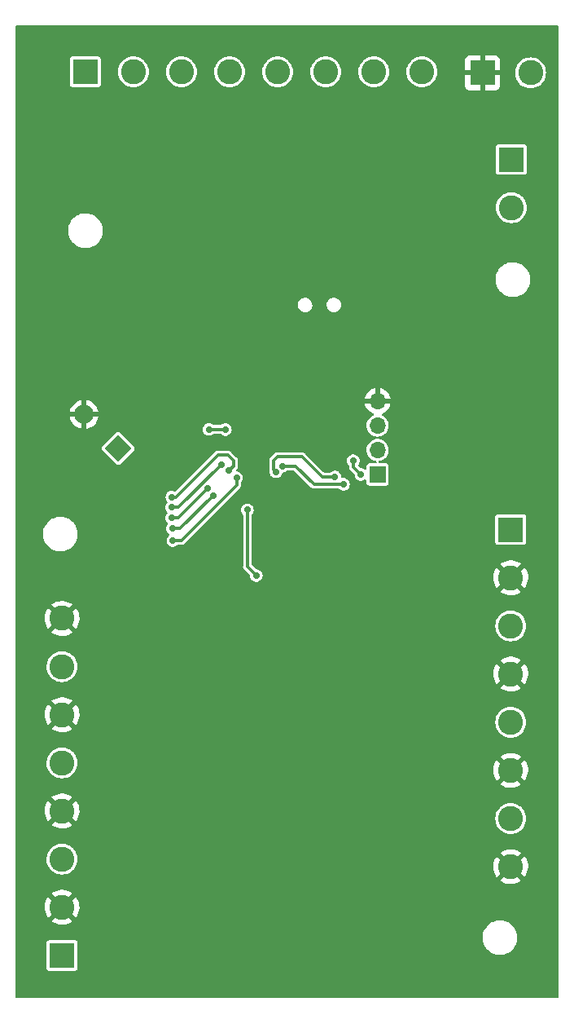
<source format=gbl>
G04 #@! TF.GenerationSoftware,KiCad,Pcbnew,(6.0.7)*
G04 #@! TF.CreationDate,2023-04-24T21:56:03-07:00*
G04 #@! TF.ProjectId,OBC-Attempt-2,4f42432d-4174-4746-956d-70742d322e6b,rev?*
G04 #@! TF.SameCoordinates,Original*
G04 #@! TF.FileFunction,Copper,L2,Bot*
G04 #@! TF.FilePolarity,Positive*
%FSLAX46Y46*%
G04 Gerber Fmt 4.6, Leading zero omitted, Abs format (unit mm)*
G04 Created by KiCad (PCBNEW (6.0.7)) date 2023-04-24 21:56:03*
%MOMM*%
%LPD*%
G01*
G04 APERTURE LIST*
G04 Aperture macros list*
%AMRotRect*
0 Rectangle, with rotation*
0 The origin of the aperture is its center*
0 $1 length*
0 $2 width*
0 $3 Rotation angle, in degrees counterclockwise*
0 Add horizontal line*
21,1,$1,$2,0,0,$3*%
G04 Aperture macros list end*
G04 #@! TA.AperFunction,ComponentPad*
%ADD10R,2.600000X2.600000*%
G04 #@! TD*
G04 #@! TA.AperFunction,ComponentPad*
%ADD11C,2.600000*%
G04 #@! TD*
G04 #@! TA.AperFunction,ComponentPad*
%ADD12RotRect,2.000000X2.000000X135.000000*%
G04 #@! TD*
G04 #@! TA.AperFunction,ComponentPad*
%ADD13C,2.000000*%
G04 #@! TD*
G04 #@! TA.AperFunction,ComponentPad*
%ADD14R,1.700000X1.700000*%
G04 #@! TD*
G04 #@! TA.AperFunction,ComponentPad*
%ADD15O,1.700000X1.700000*%
G04 #@! TD*
G04 #@! TA.AperFunction,ViaPad*
%ADD16C,0.700000*%
G04 #@! TD*
G04 #@! TA.AperFunction,Conductor*
%ADD17C,0.300000*%
G04 #@! TD*
G04 APERTURE END LIST*
D10*
X77305000Y-39600000D03*
D11*
X77305000Y-44600000D03*
D10*
X33000000Y-30495000D03*
D11*
X38000000Y-30495000D03*
X43000000Y-30495000D03*
X48000000Y-30495000D03*
X53000000Y-30495000D03*
X58000000Y-30495000D03*
X63000000Y-30495000D03*
X68000000Y-30495000D03*
D12*
X36417006Y-69607006D03*
D13*
X32881472Y-66071472D03*
D14*
X63393600Y-72312600D03*
D15*
X63393600Y-69772600D03*
X63393600Y-67232600D03*
X63393600Y-64692600D03*
D10*
X30578400Y-122260400D03*
D11*
X30578400Y-117260400D03*
X30578400Y-112260400D03*
X30578400Y-107260400D03*
X30578400Y-102260400D03*
X30578400Y-97260400D03*
X30578400Y-92260400D03*
X30578400Y-87260400D03*
D10*
X77243400Y-78040400D03*
D11*
X77243400Y-83040400D03*
X77243400Y-88040400D03*
X77243400Y-93040400D03*
X77243400Y-98040400D03*
X77243400Y-103040400D03*
X77243400Y-108040400D03*
X77243400Y-113040400D03*
D10*
X74300000Y-30600000D03*
D11*
X79300000Y-30600000D03*
D16*
X70473400Y-102460400D03*
X69590000Y-50050000D03*
X63905000Y-38279400D03*
X47600000Y-77625000D03*
X41400000Y-71860000D03*
X34009200Y-38000000D03*
X58230000Y-51200000D03*
X69010000Y-47500000D03*
X35313400Y-58490400D03*
X45113400Y-98950400D03*
X47481600Y-80238300D03*
X40330000Y-61390000D03*
X50956600Y-79789800D03*
X62603400Y-90570400D03*
X41829000Y-54212400D03*
X51802079Y-80053584D03*
X46600000Y-77525000D03*
X37663400Y-97500400D03*
X37463400Y-117160400D03*
X54405400Y-38203200D03*
X51404200Y-63101800D03*
X65770000Y-40810000D03*
X45533400Y-108820400D03*
X70533400Y-112330400D03*
X46126218Y-66560179D03*
X68480000Y-48920000D03*
X48550000Y-57640000D03*
X55087200Y-69477200D03*
X44150000Y-62960000D03*
X59430000Y-57980000D03*
X56050000Y-40780000D03*
X45900000Y-40540000D03*
X45240000Y-58900000D03*
X70413400Y-82190400D03*
X42337000Y-59317800D03*
X49530000Y-59020000D03*
X37583400Y-87510400D03*
X62593402Y-80790401D03*
X45133400Y-118620400D03*
X70263400Y-91870400D03*
X47481600Y-81189800D03*
X75966600Y-67852200D03*
X43864400Y-38050800D03*
X35950000Y-40600000D03*
X41420000Y-60850000D03*
X48763200Y-54974400D03*
X62703399Y-110960400D03*
X52650000Y-81950000D03*
X68450000Y-49830000D03*
X45173400Y-88980400D03*
X37543400Y-107390400D03*
X62593401Y-100980402D03*
X45853400Y-67640400D03*
X49856600Y-75989800D03*
X50780000Y-82813900D03*
X47563400Y-67650400D03*
X61663400Y-72310400D03*
X60873400Y-70880400D03*
X58956600Y-72564800D03*
X52831600Y-72039800D03*
X53506600Y-71439800D03*
X59856600Y-73339800D03*
X47181600Y-71264800D03*
X41956600Y-75739800D03*
X41981600Y-76839800D03*
X45683100Y-73789800D03*
X42006600Y-74664800D03*
X47956600Y-71914800D03*
X46281600Y-74539800D03*
X42056600Y-77939800D03*
X48731600Y-72664800D03*
X42106600Y-79164800D03*
D17*
X60873400Y-71520400D02*
X61663400Y-72310400D01*
X45853400Y-67640400D02*
X47553400Y-67640400D01*
X60873400Y-70880400D02*
X60873400Y-71520400D01*
X50780000Y-82813900D02*
X49854600Y-81888500D01*
X49854600Y-75991800D02*
X49856600Y-75989800D01*
X47553400Y-67640400D02*
X47563400Y-67650400D01*
X49854600Y-81888500D02*
X49854600Y-75991800D01*
X57631600Y-72564800D02*
X58956600Y-72564800D01*
X55531600Y-70464800D02*
X57631600Y-72564800D01*
X52581600Y-70864800D02*
X52981600Y-70464800D01*
X52831600Y-72039800D02*
X52581600Y-71789800D01*
X52581600Y-71789800D02*
X52581600Y-70864800D01*
X52981600Y-70464800D02*
X55531600Y-70464800D01*
X56781600Y-73339800D02*
X59856600Y-73339800D01*
X54881600Y-71439800D02*
X56781600Y-73339800D01*
X53506600Y-71439800D02*
X54881600Y-71439800D01*
X47181600Y-71264800D02*
X42706600Y-75739800D01*
X42706600Y-75739800D02*
X41956600Y-75739800D01*
X42631600Y-76839800D02*
X41981600Y-76839800D01*
X42781600Y-76689800D02*
X42631600Y-76839800D01*
X45681600Y-73789800D02*
X42781600Y-76689800D01*
X45683100Y-73789800D02*
X45681600Y-73789800D01*
X44606600Y-72464800D02*
X42406600Y-74664800D01*
X48406600Y-71464800D02*
X48406600Y-70864800D01*
X47956600Y-71914800D02*
X48406600Y-71464800D01*
X48406600Y-70864800D02*
X47831600Y-70289800D01*
X47306600Y-70289800D02*
X46781600Y-70289800D01*
X42406600Y-74664800D02*
X42006600Y-74664800D01*
X46781600Y-70289800D02*
X44606600Y-72464800D01*
X47831600Y-70289800D02*
X47306600Y-70289800D01*
X46281600Y-74539800D02*
X42881600Y-77939800D01*
X42881600Y-77939800D02*
X42056600Y-77939800D01*
X43156600Y-78989800D02*
X42981600Y-79164800D01*
X42981600Y-79164800D02*
X42106600Y-79164800D01*
X48731600Y-73414800D02*
X43156600Y-78989800D01*
X48731600Y-72664800D02*
X48731600Y-73414800D01*
G04 #@! TA.AperFunction,Conductor*
G36*
X82191621Y-25720502D02*
G01*
X82238114Y-25774158D01*
X82249500Y-25826500D01*
X82249500Y-126573500D01*
X82229498Y-126641621D01*
X82175842Y-126688114D01*
X82123500Y-126699500D01*
X25826500Y-126699500D01*
X25758379Y-126679498D01*
X25711886Y-126625842D01*
X25700500Y-126573500D01*
X25700500Y-123605046D01*
X28977900Y-123605046D01*
X28981018Y-123631246D01*
X29026461Y-123733553D01*
X29105687Y-123812641D01*
X29116324Y-123817344D01*
X29116326Y-123817345D01*
X29175862Y-123843665D01*
X29208073Y-123857906D01*
X29233754Y-123860900D01*
X31923046Y-123860900D01*
X31926750Y-123860459D01*
X31926753Y-123860459D01*
X31934146Y-123859579D01*
X31949246Y-123857782D01*
X32051553Y-123812339D01*
X32130641Y-123733113D01*
X32175906Y-123630727D01*
X32178900Y-123605046D01*
X32178900Y-120915754D01*
X32175782Y-120889554D01*
X32130339Y-120787247D01*
X32051113Y-120708159D01*
X32040476Y-120703456D01*
X32040474Y-120703455D01*
X31980938Y-120677135D01*
X31948727Y-120662894D01*
X31923046Y-120659900D01*
X29233754Y-120659900D01*
X29230050Y-120660341D01*
X29230047Y-120660341D01*
X29222654Y-120661221D01*
X29207554Y-120663018D01*
X29105247Y-120708461D01*
X29026159Y-120787687D01*
X29021456Y-120798324D01*
X29021455Y-120798326D01*
X28995135Y-120857862D01*
X28980894Y-120890073D01*
X28977900Y-120915754D01*
X28977900Y-123605046D01*
X25700500Y-123605046D01*
X25700500Y-120520626D01*
X74321219Y-120520626D01*
X74357307Y-120785795D01*
X74432192Y-121042717D01*
X74544231Y-121285748D01*
X74576472Y-121334924D01*
X74688396Y-121505636D01*
X74688400Y-121505641D01*
X74690962Y-121509549D01*
X74869160Y-121709203D01*
X75074912Y-121880325D01*
X75078905Y-121882748D01*
X75299706Y-122016734D01*
X75299710Y-122016736D01*
X75303698Y-122019156D01*
X75308006Y-122020963D01*
X75308007Y-122020963D01*
X75546176Y-122120836D01*
X75546181Y-122120838D01*
X75550491Y-122122645D01*
X75555023Y-122123796D01*
X75555026Y-122123797D01*
X75805333Y-122187367D01*
X75805336Y-122187368D01*
X75809870Y-122188519D01*
X75814526Y-122188988D01*
X75814527Y-122188988D01*
X76029002Y-122210584D01*
X76029003Y-122210584D01*
X76032141Y-122210900D01*
X76191344Y-122210900D01*
X76193667Y-122210727D01*
X76193677Y-122210727D01*
X76385612Y-122196464D01*
X76385616Y-122196463D01*
X76390277Y-122196117D01*
X76394841Y-122195084D01*
X76394843Y-122195084D01*
X76534165Y-122163558D01*
X76651291Y-122137055D01*
X76685384Y-122123797D01*
X76896356Y-122041755D01*
X76896358Y-122041754D01*
X76900709Y-122040062D01*
X76941525Y-122016734D01*
X76987130Y-121990668D01*
X77133050Y-121907268D01*
X77343211Y-121741590D01*
X77526575Y-121546669D01*
X77679114Y-121326785D01*
X77797476Y-121086771D01*
X77879062Y-120831897D01*
X77922078Y-120567764D01*
X77925581Y-120300174D01*
X77889493Y-120035005D01*
X77814608Y-119778083D01*
X77702569Y-119535052D01*
X77670328Y-119485876D01*
X77558404Y-119315164D01*
X77558400Y-119315159D01*
X77555838Y-119311251D01*
X77377640Y-119111597D01*
X77171888Y-118940475D01*
X77123666Y-118911213D01*
X76947094Y-118804066D01*
X76947090Y-118804064D01*
X76943102Y-118801644D01*
X76938793Y-118799837D01*
X76700624Y-118699964D01*
X76700619Y-118699962D01*
X76696309Y-118698155D01*
X76691777Y-118697004D01*
X76691774Y-118697003D01*
X76441467Y-118633433D01*
X76441464Y-118633432D01*
X76436930Y-118632281D01*
X76432274Y-118631812D01*
X76432273Y-118631812D01*
X76217798Y-118610216D01*
X76217797Y-118610216D01*
X76214659Y-118609900D01*
X76055456Y-118609900D01*
X76053133Y-118610073D01*
X76053123Y-118610073D01*
X75861188Y-118624336D01*
X75861184Y-118624337D01*
X75856523Y-118624683D01*
X75851959Y-118625716D01*
X75851957Y-118625716D01*
X75712635Y-118657242D01*
X75595509Y-118683745D01*
X75591157Y-118685437D01*
X75591155Y-118685438D01*
X75350444Y-118779045D01*
X75350442Y-118779046D01*
X75346091Y-118780738D01*
X75342037Y-118783055D01*
X75342035Y-118783056D01*
X75259670Y-118830132D01*
X75113750Y-118913532D01*
X74903589Y-119079210D01*
X74720225Y-119274131D01*
X74567686Y-119494015D01*
X74449324Y-119734029D01*
X74367738Y-119988903D01*
X74324722Y-120253036D01*
X74321219Y-120520626D01*
X25700500Y-120520626D01*
X25700500Y-118705306D01*
X29498239Y-118705306D01*
X29506953Y-118716827D01*
X29613852Y-118795209D01*
X29621751Y-118800145D01*
X29851305Y-118920919D01*
X29859854Y-118924636D01*
X30104727Y-119010149D01*
X30113736Y-119012563D01*
X30368566Y-119060944D01*
X30377823Y-119061998D01*
X30637007Y-119072183D01*
X30646321Y-119071857D01*
X30904153Y-119043620D01*
X30913330Y-119041919D01*
X31164158Y-118975881D01*
X31172974Y-118972845D01*
X31411280Y-118870462D01*
X31419567Y-118866148D01*
X31640118Y-118729666D01*
X31647668Y-118724180D01*
X31652959Y-118719701D01*
X31661397Y-118706897D01*
X31655335Y-118696545D01*
X30591212Y-117632422D01*
X30577268Y-117624808D01*
X30575435Y-117624939D01*
X30568820Y-117629190D01*
X29504897Y-118693113D01*
X29498239Y-118705306D01*
X25700500Y-118705306D01*
X25700500Y-117217611D01*
X28766175Y-117217611D01*
X28778620Y-117476688D01*
X28779756Y-117485943D01*
X28830361Y-117740345D01*
X28832849Y-117749317D01*
X28920495Y-117993433D01*
X28924295Y-118001968D01*
X29047058Y-118230442D01*
X29052066Y-118238304D01*
X29122120Y-118332116D01*
X29133379Y-118340565D01*
X29145797Y-118333793D01*
X30206378Y-117273212D01*
X30212756Y-117261532D01*
X30942808Y-117261532D01*
X30942939Y-117263365D01*
X30947190Y-117269980D01*
X32014494Y-118337284D01*
X32026874Y-118344044D01*
X32035215Y-118337800D01*
X32169232Y-118129448D01*
X32173675Y-118121264D01*
X32280207Y-117884770D01*
X32283397Y-117876005D01*
X32353802Y-117626372D01*
X32355662Y-117617230D01*
X32388587Y-117358419D01*
X32389068Y-117352133D01*
X32391387Y-117263560D01*
X32391236Y-117257251D01*
X32371901Y-116997063D01*
X32370525Y-116987857D01*
X32313278Y-116734867D01*
X32310554Y-116725956D01*
X32216543Y-116484206D01*
X32212532Y-116475797D01*
X32083822Y-116250602D01*
X32078611Y-116242876D01*
X32035396Y-116188058D01*
X32023471Y-116179587D01*
X32011937Y-116186073D01*
X30950422Y-117247588D01*
X30942808Y-117261532D01*
X30212756Y-117261532D01*
X30213992Y-117259268D01*
X30213861Y-117257435D01*
X30209610Y-117250820D01*
X29144216Y-116185426D01*
X29130907Y-116178158D01*
X29120872Y-116185278D01*
X29105337Y-116203956D01*
X29099931Y-116211535D01*
X28965365Y-116433291D01*
X28961136Y-116441592D01*
X28860832Y-116680789D01*
X28857871Y-116689639D01*
X28794028Y-116941025D01*
X28792406Y-116950222D01*
X28766420Y-117208285D01*
X28766175Y-117217611D01*
X25700500Y-117217611D01*
X25700500Y-115813089D01*
X29495502Y-115813089D01*
X29500075Y-115822865D01*
X30565588Y-116888378D01*
X30579532Y-116895992D01*
X30581365Y-116895861D01*
X30587980Y-116891610D01*
X31652749Y-115826841D01*
X31659133Y-115815151D01*
X31649721Y-115803041D01*
X31502445Y-115700871D01*
X31494410Y-115696138D01*
X31261776Y-115581416D01*
X31253143Y-115577928D01*
X31006103Y-115498850D01*
X30997043Y-115496674D01*
X30741030Y-115454980D01*
X30731743Y-115454168D01*
X30472392Y-115450773D01*
X30463081Y-115451343D01*
X30206082Y-115486319D01*
X30196946Y-115488260D01*
X29947943Y-115560839D01*
X29939200Y-115564107D01*
X29703652Y-115672696D01*
X29695497Y-115677216D01*
X29504640Y-115802347D01*
X29495502Y-115813089D01*
X25700500Y-115813089D01*
X25700500Y-114485306D01*
X76163239Y-114485306D01*
X76171953Y-114496827D01*
X76278852Y-114575209D01*
X76286751Y-114580145D01*
X76516305Y-114700919D01*
X76524854Y-114704636D01*
X76769727Y-114790149D01*
X76778736Y-114792563D01*
X77033566Y-114840944D01*
X77042823Y-114841998D01*
X77302007Y-114852183D01*
X77311321Y-114851857D01*
X77569153Y-114823620D01*
X77578330Y-114821919D01*
X77829158Y-114755881D01*
X77837974Y-114752845D01*
X78076280Y-114650462D01*
X78084567Y-114646148D01*
X78305118Y-114509666D01*
X78312668Y-114504180D01*
X78317959Y-114499701D01*
X78326397Y-114486897D01*
X78320335Y-114476545D01*
X77256212Y-113412422D01*
X77242268Y-113404808D01*
X77240435Y-113404939D01*
X77233820Y-113409190D01*
X76169897Y-114473113D01*
X76163239Y-114485306D01*
X25700500Y-114485306D01*
X25700500Y-112260400D01*
X28972951Y-112260400D01*
X28992717Y-112511548D01*
X29051527Y-112756511D01*
X29053420Y-112761082D01*
X29053421Y-112761084D01*
X29056227Y-112767857D01*
X29147934Y-112989259D01*
X29279564Y-113204059D01*
X29282776Y-113207819D01*
X29282779Y-113207824D01*
X29324513Y-113256688D01*
X29443176Y-113395624D01*
X29446938Y-113398837D01*
X29630976Y-113556021D01*
X29630981Y-113556024D01*
X29634741Y-113559236D01*
X29849541Y-113690866D01*
X29854111Y-113692759D01*
X29854115Y-113692761D01*
X30077716Y-113785379D01*
X30082289Y-113787273D01*
X30166689Y-113807535D01*
X30322439Y-113844928D01*
X30322445Y-113844929D01*
X30327252Y-113846083D01*
X30578400Y-113865849D01*
X30829548Y-113846083D01*
X30834355Y-113844929D01*
X30834361Y-113844928D01*
X30990111Y-113807535D01*
X31074511Y-113787273D01*
X31079084Y-113785379D01*
X31302685Y-113692761D01*
X31302689Y-113692759D01*
X31307259Y-113690866D01*
X31522059Y-113559236D01*
X31525819Y-113556024D01*
X31525824Y-113556021D01*
X31709862Y-113398837D01*
X31713624Y-113395624D01*
X31832287Y-113256688D01*
X31874021Y-113207824D01*
X31874024Y-113207819D01*
X31877236Y-113204059D01*
X32003748Y-112997611D01*
X75431175Y-112997611D01*
X75443620Y-113256688D01*
X75444756Y-113265943D01*
X75495361Y-113520345D01*
X75497849Y-113529317D01*
X75585495Y-113773433D01*
X75589295Y-113781968D01*
X75712058Y-114010442D01*
X75717066Y-114018304D01*
X75787120Y-114112116D01*
X75798379Y-114120565D01*
X75810797Y-114113793D01*
X76871378Y-113053212D01*
X76877756Y-113041532D01*
X77607808Y-113041532D01*
X77607939Y-113043365D01*
X77612190Y-113049980D01*
X78679494Y-114117284D01*
X78691874Y-114124044D01*
X78700215Y-114117800D01*
X78834232Y-113909448D01*
X78838675Y-113901264D01*
X78945207Y-113664770D01*
X78948397Y-113656005D01*
X79018802Y-113406372D01*
X79020662Y-113397230D01*
X79053587Y-113138419D01*
X79054068Y-113132133D01*
X79056387Y-113043560D01*
X79056236Y-113037251D01*
X79036901Y-112777063D01*
X79035525Y-112767857D01*
X78978278Y-112514867D01*
X78975554Y-112505956D01*
X78881543Y-112264206D01*
X78877532Y-112255797D01*
X78748822Y-112030602D01*
X78743611Y-112022876D01*
X78700396Y-111968058D01*
X78688471Y-111959587D01*
X78676937Y-111966073D01*
X77615422Y-113027588D01*
X77607808Y-113041532D01*
X76877756Y-113041532D01*
X76878992Y-113039268D01*
X76878861Y-113037435D01*
X76874610Y-113030820D01*
X75809216Y-111965426D01*
X75795907Y-111958158D01*
X75785872Y-111965278D01*
X75770337Y-111983956D01*
X75764931Y-111991535D01*
X75630365Y-112213291D01*
X75626136Y-112221592D01*
X75525832Y-112460789D01*
X75522871Y-112469639D01*
X75459028Y-112721025D01*
X75457406Y-112730222D01*
X75431420Y-112988285D01*
X75431175Y-112997611D01*
X32003748Y-112997611D01*
X32008866Y-112989259D01*
X32100574Y-112767857D01*
X32103379Y-112761084D01*
X32103380Y-112761082D01*
X32105273Y-112756511D01*
X32164083Y-112511548D01*
X32183849Y-112260400D01*
X32164083Y-112009252D01*
X32154194Y-111968058D01*
X32106428Y-111769101D01*
X32105273Y-111764289D01*
X32040056Y-111606841D01*
X32034360Y-111593089D01*
X76160502Y-111593089D01*
X76165075Y-111602865D01*
X77230588Y-112668378D01*
X77244532Y-112675992D01*
X77246365Y-112675861D01*
X77252980Y-112671610D01*
X78317749Y-111606841D01*
X78324133Y-111595151D01*
X78314721Y-111583041D01*
X78167445Y-111480871D01*
X78159410Y-111476138D01*
X77926776Y-111361416D01*
X77918143Y-111357928D01*
X77671103Y-111278850D01*
X77662043Y-111276674D01*
X77406030Y-111234980D01*
X77396743Y-111234168D01*
X77137392Y-111230773D01*
X77128081Y-111231343D01*
X76871082Y-111266319D01*
X76861946Y-111268260D01*
X76612943Y-111340839D01*
X76604200Y-111344107D01*
X76368652Y-111452696D01*
X76360497Y-111457216D01*
X76169640Y-111582347D01*
X76160502Y-111593089D01*
X32034360Y-111593089D01*
X32010761Y-111536115D01*
X32010759Y-111536111D01*
X32008866Y-111531541D01*
X31877236Y-111316741D01*
X31874024Y-111312981D01*
X31874021Y-111312976D01*
X31716837Y-111128938D01*
X31713624Y-111125176D01*
X31695452Y-111109656D01*
X31525824Y-110964779D01*
X31525819Y-110964776D01*
X31522059Y-110961564D01*
X31307259Y-110829934D01*
X31302689Y-110828041D01*
X31302685Y-110828039D01*
X31079084Y-110735421D01*
X31079082Y-110735420D01*
X31074511Y-110733527D01*
X30990111Y-110713265D01*
X30834361Y-110675872D01*
X30834355Y-110675871D01*
X30829548Y-110674717D01*
X30578400Y-110654951D01*
X30327252Y-110674717D01*
X30322445Y-110675871D01*
X30322439Y-110675872D01*
X30166689Y-110713265D01*
X30082289Y-110733527D01*
X30077718Y-110735420D01*
X30077716Y-110735421D01*
X29854115Y-110828039D01*
X29854111Y-110828041D01*
X29849541Y-110829934D01*
X29634741Y-110961564D01*
X29630981Y-110964776D01*
X29630976Y-110964779D01*
X29461348Y-111109656D01*
X29443176Y-111125176D01*
X29439963Y-111128938D01*
X29282779Y-111312976D01*
X29282776Y-111312981D01*
X29279564Y-111316741D01*
X29147934Y-111531541D01*
X29146041Y-111536111D01*
X29146039Y-111536115D01*
X29116744Y-111606841D01*
X29051527Y-111764289D01*
X29050372Y-111769101D01*
X29002607Y-111968058D01*
X28992717Y-112009252D01*
X28972951Y-112260400D01*
X25700500Y-112260400D01*
X25700500Y-108705306D01*
X29498239Y-108705306D01*
X29506953Y-108716827D01*
X29613852Y-108795209D01*
X29621751Y-108800145D01*
X29851305Y-108920919D01*
X29859854Y-108924636D01*
X30104727Y-109010149D01*
X30113736Y-109012563D01*
X30368566Y-109060944D01*
X30377823Y-109061998D01*
X30637007Y-109072183D01*
X30646321Y-109071857D01*
X30904153Y-109043620D01*
X30913330Y-109041919D01*
X31164158Y-108975881D01*
X31172974Y-108972845D01*
X31411280Y-108870462D01*
X31419567Y-108866148D01*
X31640118Y-108729666D01*
X31647668Y-108724180D01*
X31652959Y-108719701D01*
X31661397Y-108706897D01*
X31655335Y-108696545D01*
X30591212Y-107632422D01*
X30577268Y-107624808D01*
X30575435Y-107624939D01*
X30568820Y-107629190D01*
X29504897Y-108693113D01*
X29498239Y-108705306D01*
X25700500Y-108705306D01*
X25700500Y-107217611D01*
X28766175Y-107217611D01*
X28778620Y-107476688D01*
X28779756Y-107485943D01*
X28830361Y-107740345D01*
X28832849Y-107749317D01*
X28920495Y-107993433D01*
X28924295Y-108001968D01*
X29047058Y-108230442D01*
X29052066Y-108238304D01*
X29122120Y-108332116D01*
X29133379Y-108340565D01*
X29145797Y-108333793D01*
X30206378Y-107273212D01*
X30212756Y-107261532D01*
X30942808Y-107261532D01*
X30942939Y-107263365D01*
X30947190Y-107269980D01*
X32014494Y-108337284D01*
X32026874Y-108344044D01*
X32035215Y-108337800D01*
X32169232Y-108129448D01*
X32173675Y-108121264D01*
X32210101Y-108040400D01*
X75637951Y-108040400D01*
X75657717Y-108291548D01*
X75716527Y-108536511D01*
X75718420Y-108541082D01*
X75718421Y-108541084D01*
X75794262Y-108724180D01*
X75812934Y-108769259D01*
X75944564Y-108984059D01*
X75947776Y-108987819D01*
X75947779Y-108987824D01*
X76019829Y-109072183D01*
X76108176Y-109175624D01*
X76111938Y-109178837D01*
X76295976Y-109336021D01*
X76295981Y-109336024D01*
X76299741Y-109339236D01*
X76514541Y-109470866D01*
X76519111Y-109472759D01*
X76519115Y-109472761D01*
X76742716Y-109565379D01*
X76747289Y-109567273D01*
X76831689Y-109587535D01*
X76987439Y-109624928D01*
X76987445Y-109624929D01*
X76992252Y-109626083D01*
X77243400Y-109645849D01*
X77494548Y-109626083D01*
X77499355Y-109624929D01*
X77499361Y-109624928D01*
X77655111Y-109587535D01*
X77739511Y-109567273D01*
X77744084Y-109565379D01*
X77967685Y-109472761D01*
X77967689Y-109472759D01*
X77972259Y-109470866D01*
X78187059Y-109339236D01*
X78190819Y-109336024D01*
X78190824Y-109336021D01*
X78374862Y-109178837D01*
X78378624Y-109175624D01*
X78466971Y-109072183D01*
X78539021Y-108987824D01*
X78539024Y-108987819D01*
X78542236Y-108984059D01*
X78673866Y-108769259D01*
X78692539Y-108724180D01*
X78768379Y-108541084D01*
X78768380Y-108541082D01*
X78770273Y-108536511D01*
X78829083Y-108291548D01*
X78848849Y-108040400D01*
X78829083Y-107789252D01*
X78770273Y-107544289D01*
X78768379Y-107539716D01*
X78675761Y-107316115D01*
X78675759Y-107316111D01*
X78673866Y-107311541D01*
X78542236Y-107096741D01*
X78539024Y-107092981D01*
X78539021Y-107092976D01*
X78381837Y-106908938D01*
X78378624Y-106905176D01*
X78358956Y-106888378D01*
X78190824Y-106744779D01*
X78190819Y-106744776D01*
X78187059Y-106741564D01*
X77972259Y-106609934D01*
X77967689Y-106608041D01*
X77967685Y-106608039D01*
X77744084Y-106515421D01*
X77744082Y-106515420D01*
X77739511Y-106513527D01*
X77655111Y-106493265D01*
X77499361Y-106455872D01*
X77499355Y-106455871D01*
X77494548Y-106454717D01*
X77243400Y-106434951D01*
X76992252Y-106454717D01*
X76987445Y-106455871D01*
X76987439Y-106455872D01*
X76831689Y-106493265D01*
X76747289Y-106513527D01*
X76742718Y-106515420D01*
X76742716Y-106515421D01*
X76519115Y-106608039D01*
X76519111Y-106608041D01*
X76514541Y-106609934D01*
X76299741Y-106741564D01*
X76295981Y-106744776D01*
X76295976Y-106744779D01*
X76127844Y-106888378D01*
X76108176Y-106905176D01*
X76104963Y-106908938D01*
X75947779Y-107092976D01*
X75947776Y-107092981D01*
X75944564Y-107096741D01*
X75812934Y-107311541D01*
X75811041Y-107316111D01*
X75811039Y-107316115D01*
X75718421Y-107539716D01*
X75716527Y-107544289D01*
X75657717Y-107789252D01*
X75637951Y-108040400D01*
X32210101Y-108040400D01*
X32280207Y-107884770D01*
X32283397Y-107876005D01*
X32353802Y-107626372D01*
X32355662Y-107617230D01*
X32388587Y-107358419D01*
X32389068Y-107352133D01*
X32391387Y-107263560D01*
X32391236Y-107257251D01*
X32371901Y-106997063D01*
X32370525Y-106987857D01*
X32313278Y-106734867D01*
X32310554Y-106725956D01*
X32216543Y-106484206D01*
X32212532Y-106475797D01*
X32083822Y-106250602D01*
X32078611Y-106242876D01*
X32035396Y-106188058D01*
X32023471Y-106179587D01*
X32011937Y-106186073D01*
X30950422Y-107247588D01*
X30942808Y-107261532D01*
X30212756Y-107261532D01*
X30213992Y-107259268D01*
X30213861Y-107257435D01*
X30209610Y-107250820D01*
X29144216Y-106185426D01*
X29130907Y-106178158D01*
X29120872Y-106185278D01*
X29105337Y-106203956D01*
X29099931Y-106211535D01*
X28965365Y-106433291D01*
X28961136Y-106441592D01*
X28860832Y-106680789D01*
X28857871Y-106689639D01*
X28794028Y-106941025D01*
X28792406Y-106950222D01*
X28766420Y-107208285D01*
X28766175Y-107217611D01*
X25700500Y-107217611D01*
X25700500Y-105813089D01*
X29495502Y-105813089D01*
X29500075Y-105822865D01*
X30565588Y-106888378D01*
X30579532Y-106895992D01*
X30581365Y-106895861D01*
X30587980Y-106891610D01*
X31652749Y-105826841D01*
X31659133Y-105815151D01*
X31649721Y-105803041D01*
X31502445Y-105700871D01*
X31494410Y-105696138D01*
X31261776Y-105581416D01*
X31253143Y-105577928D01*
X31006103Y-105498850D01*
X30997043Y-105496674D01*
X30741030Y-105454980D01*
X30731743Y-105454168D01*
X30472392Y-105450773D01*
X30463081Y-105451343D01*
X30206082Y-105486319D01*
X30196946Y-105488260D01*
X29947943Y-105560839D01*
X29939200Y-105564107D01*
X29703652Y-105672696D01*
X29695497Y-105677216D01*
X29504640Y-105802347D01*
X29495502Y-105813089D01*
X25700500Y-105813089D01*
X25700500Y-104485306D01*
X76163239Y-104485306D01*
X76171953Y-104496827D01*
X76278852Y-104575209D01*
X76286751Y-104580145D01*
X76516305Y-104700919D01*
X76524854Y-104704636D01*
X76769727Y-104790149D01*
X76778736Y-104792563D01*
X77033566Y-104840944D01*
X77042823Y-104841998D01*
X77302007Y-104852183D01*
X77311321Y-104851857D01*
X77569153Y-104823620D01*
X77578330Y-104821919D01*
X77829158Y-104755881D01*
X77837974Y-104752845D01*
X78076280Y-104650462D01*
X78084567Y-104646148D01*
X78305118Y-104509666D01*
X78312668Y-104504180D01*
X78317959Y-104499701D01*
X78326397Y-104486897D01*
X78320335Y-104476545D01*
X77256212Y-103412422D01*
X77242268Y-103404808D01*
X77240435Y-103404939D01*
X77233820Y-103409190D01*
X76169897Y-104473113D01*
X76163239Y-104485306D01*
X25700500Y-104485306D01*
X25700500Y-102260400D01*
X28972951Y-102260400D01*
X28992717Y-102511548D01*
X29051527Y-102756511D01*
X29053420Y-102761082D01*
X29053421Y-102761084D01*
X29056227Y-102767857D01*
X29147934Y-102989259D01*
X29279564Y-103204059D01*
X29282776Y-103207819D01*
X29282779Y-103207824D01*
X29324513Y-103256688D01*
X29443176Y-103395624D01*
X29446938Y-103398837D01*
X29630976Y-103556021D01*
X29630981Y-103556024D01*
X29634741Y-103559236D01*
X29849541Y-103690866D01*
X29854111Y-103692759D01*
X29854115Y-103692761D01*
X30077716Y-103785379D01*
X30082289Y-103787273D01*
X30166689Y-103807535D01*
X30322439Y-103844928D01*
X30322445Y-103844929D01*
X30327252Y-103846083D01*
X30578400Y-103865849D01*
X30829548Y-103846083D01*
X30834355Y-103844929D01*
X30834361Y-103844928D01*
X30990111Y-103807535D01*
X31074511Y-103787273D01*
X31079084Y-103785379D01*
X31302685Y-103692761D01*
X31302689Y-103692759D01*
X31307259Y-103690866D01*
X31522059Y-103559236D01*
X31525819Y-103556024D01*
X31525824Y-103556021D01*
X31709862Y-103398837D01*
X31713624Y-103395624D01*
X31832287Y-103256688D01*
X31874021Y-103207824D01*
X31874024Y-103207819D01*
X31877236Y-103204059D01*
X32003748Y-102997611D01*
X75431175Y-102997611D01*
X75443620Y-103256688D01*
X75444756Y-103265943D01*
X75495361Y-103520345D01*
X75497849Y-103529317D01*
X75585495Y-103773433D01*
X75589295Y-103781968D01*
X75712058Y-104010442D01*
X75717066Y-104018304D01*
X75787120Y-104112116D01*
X75798379Y-104120565D01*
X75810797Y-104113793D01*
X76871378Y-103053212D01*
X76877756Y-103041532D01*
X77607808Y-103041532D01*
X77607939Y-103043365D01*
X77612190Y-103049980D01*
X78679494Y-104117284D01*
X78691874Y-104124044D01*
X78700215Y-104117800D01*
X78834232Y-103909448D01*
X78838675Y-103901264D01*
X78945207Y-103664770D01*
X78948397Y-103656005D01*
X79018802Y-103406372D01*
X79020662Y-103397230D01*
X79053587Y-103138419D01*
X79054068Y-103132133D01*
X79056387Y-103043560D01*
X79056236Y-103037251D01*
X79036901Y-102777063D01*
X79035525Y-102767857D01*
X78978278Y-102514867D01*
X78975554Y-102505956D01*
X78881543Y-102264206D01*
X78877532Y-102255797D01*
X78748822Y-102030602D01*
X78743611Y-102022876D01*
X78700396Y-101968058D01*
X78688471Y-101959587D01*
X78676937Y-101966073D01*
X77615422Y-103027588D01*
X77607808Y-103041532D01*
X76877756Y-103041532D01*
X76878992Y-103039268D01*
X76878861Y-103037435D01*
X76874610Y-103030820D01*
X75809216Y-101965426D01*
X75795907Y-101958158D01*
X75785872Y-101965278D01*
X75770337Y-101983956D01*
X75764931Y-101991535D01*
X75630365Y-102213291D01*
X75626136Y-102221592D01*
X75525832Y-102460789D01*
X75522871Y-102469639D01*
X75459028Y-102721025D01*
X75457406Y-102730222D01*
X75431420Y-102988285D01*
X75431175Y-102997611D01*
X32003748Y-102997611D01*
X32008866Y-102989259D01*
X32100574Y-102767857D01*
X32103379Y-102761084D01*
X32103380Y-102761082D01*
X32105273Y-102756511D01*
X32164083Y-102511548D01*
X32183849Y-102260400D01*
X32164083Y-102009252D01*
X32154194Y-101968058D01*
X32106428Y-101769101D01*
X32105273Y-101764289D01*
X32040056Y-101606841D01*
X32034360Y-101593089D01*
X76160502Y-101593089D01*
X76165075Y-101602865D01*
X77230588Y-102668378D01*
X77244532Y-102675992D01*
X77246365Y-102675861D01*
X77252980Y-102671610D01*
X78317749Y-101606841D01*
X78324133Y-101595151D01*
X78314721Y-101583041D01*
X78167445Y-101480871D01*
X78159410Y-101476138D01*
X77926776Y-101361416D01*
X77918143Y-101357928D01*
X77671103Y-101278850D01*
X77662043Y-101276674D01*
X77406030Y-101234980D01*
X77396743Y-101234168D01*
X77137392Y-101230773D01*
X77128081Y-101231343D01*
X76871082Y-101266319D01*
X76861946Y-101268260D01*
X76612943Y-101340839D01*
X76604200Y-101344107D01*
X76368652Y-101452696D01*
X76360497Y-101457216D01*
X76169640Y-101582347D01*
X76160502Y-101593089D01*
X32034360Y-101593089D01*
X32010761Y-101536115D01*
X32010759Y-101536111D01*
X32008866Y-101531541D01*
X31877236Y-101316741D01*
X31874024Y-101312981D01*
X31874021Y-101312976D01*
X31716837Y-101128938D01*
X31713624Y-101125176D01*
X31695452Y-101109656D01*
X31525824Y-100964779D01*
X31525819Y-100964776D01*
X31522059Y-100961564D01*
X31307259Y-100829934D01*
X31302689Y-100828041D01*
X31302685Y-100828039D01*
X31079084Y-100735421D01*
X31079082Y-100735420D01*
X31074511Y-100733527D01*
X30990111Y-100713265D01*
X30834361Y-100675872D01*
X30834355Y-100675871D01*
X30829548Y-100674717D01*
X30578400Y-100654951D01*
X30327252Y-100674717D01*
X30322445Y-100675871D01*
X30322439Y-100675872D01*
X30166689Y-100713265D01*
X30082289Y-100733527D01*
X30077718Y-100735420D01*
X30077716Y-100735421D01*
X29854115Y-100828039D01*
X29854111Y-100828041D01*
X29849541Y-100829934D01*
X29634741Y-100961564D01*
X29630981Y-100964776D01*
X29630976Y-100964779D01*
X29461348Y-101109656D01*
X29443176Y-101125176D01*
X29439963Y-101128938D01*
X29282779Y-101312976D01*
X29282776Y-101312981D01*
X29279564Y-101316741D01*
X29147934Y-101531541D01*
X29146041Y-101536111D01*
X29146039Y-101536115D01*
X29116744Y-101606841D01*
X29051527Y-101764289D01*
X29050372Y-101769101D01*
X29002607Y-101968058D01*
X28992717Y-102009252D01*
X28972951Y-102260400D01*
X25700500Y-102260400D01*
X25700500Y-98705306D01*
X29498239Y-98705306D01*
X29506953Y-98716827D01*
X29613852Y-98795209D01*
X29621751Y-98800145D01*
X29851305Y-98920919D01*
X29859854Y-98924636D01*
X30104727Y-99010149D01*
X30113736Y-99012563D01*
X30368566Y-99060944D01*
X30377823Y-99061998D01*
X30637007Y-99072183D01*
X30646321Y-99071857D01*
X30904153Y-99043620D01*
X30913330Y-99041919D01*
X31164158Y-98975881D01*
X31172974Y-98972845D01*
X31411280Y-98870462D01*
X31419567Y-98866148D01*
X31640118Y-98729666D01*
X31647668Y-98724180D01*
X31652959Y-98719701D01*
X31661397Y-98706897D01*
X31655335Y-98696545D01*
X30591212Y-97632422D01*
X30577268Y-97624808D01*
X30575435Y-97624939D01*
X30568820Y-97629190D01*
X29504897Y-98693113D01*
X29498239Y-98705306D01*
X25700500Y-98705306D01*
X25700500Y-97217611D01*
X28766175Y-97217611D01*
X28778620Y-97476688D01*
X28779756Y-97485943D01*
X28830361Y-97740345D01*
X28832849Y-97749317D01*
X28920495Y-97993433D01*
X28924295Y-98001968D01*
X29047058Y-98230442D01*
X29052066Y-98238304D01*
X29122120Y-98332116D01*
X29133379Y-98340565D01*
X29145797Y-98333793D01*
X30206378Y-97273212D01*
X30212756Y-97261532D01*
X30942808Y-97261532D01*
X30942939Y-97263365D01*
X30947190Y-97269980D01*
X32014494Y-98337284D01*
X32026874Y-98344044D01*
X32035215Y-98337800D01*
X32169232Y-98129448D01*
X32173675Y-98121264D01*
X32210101Y-98040400D01*
X75637951Y-98040400D01*
X75657717Y-98291548D01*
X75716527Y-98536511D01*
X75718420Y-98541082D01*
X75718421Y-98541084D01*
X75794262Y-98724180D01*
X75812934Y-98769259D01*
X75944564Y-98984059D01*
X75947776Y-98987819D01*
X75947779Y-98987824D01*
X76019829Y-99072183D01*
X76108176Y-99175624D01*
X76111938Y-99178837D01*
X76295976Y-99336021D01*
X76295981Y-99336024D01*
X76299741Y-99339236D01*
X76514541Y-99470866D01*
X76519111Y-99472759D01*
X76519115Y-99472761D01*
X76742716Y-99565379D01*
X76747289Y-99567273D01*
X76831689Y-99587535D01*
X76987439Y-99624928D01*
X76987445Y-99624929D01*
X76992252Y-99626083D01*
X77243400Y-99645849D01*
X77494548Y-99626083D01*
X77499355Y-99624929D01*
X77499361Y-99624928D01*
X77655111Y-99587535D01*
X77739511Y-99567273D01*
X77744084Y-99565379D01*
X77967685Y-99472761D01*
X77967689Y-99472759D01*
X77972259Y-99470866D01*
X78187059Y-99339236D01*
X78190819Y-99336024D01*
X78190824Y-99336021D01*
X78374862Y-99178837D01*
X78378624Y-99175624D01*
X78466971Y-99072183D01*
X78539021Y-98987824D01*
X78539024Y-98987819D01*
X78542236Y-98984059D01*
X78673866Y-98769259D01*
X78692539Y-98724180D01*
X78768379Y-98541084D01*
X78768380Y-98541082D01*
X78770273Y-98536511D01*
X78829083Y-98291548D01*
X78848849Y-98040400D01*
X78829083Y-97789252D01*
X78770273Y-97544289D01*
X78768379Y-97539716D01*
X78675761Y-97316115D01*
X78675759Y-97316111D01*
X78673866Y-97311541D01*
X78542236Y-97096741D01*
X78539024Y-97092981D01*
X78539021Y-97092976D01*
X78381837Y-96908938D01*
X78378624Y-96905176D01*
X78358956Y-96888378D01*
X78190824Y-96744779D01*
X78190819Y-96744776D01*
X78187059Y-96741564D01*
X77972259Y-96609934D01*
X77967689Y-96608041D01*
X77967685Y-96608039D01*
X77744084Y-96515421D01*
X77744082Y-96515420D01*
X77739511Y-96513527D01*
X77655111Y-96493265D01*
X77499361Y-96455872D01*
X77499355Y-96455871D01*
X77494548Y-96454717D01*
X77243400Y-96434951D01*
X76992252Y-96454717D01*
X76987445Y-96455871D01*
X76987439Y-96455872D01*
X76831689Y-96493265D01*
X76747289Y-96513527D01*
X76742718Y-96515420D01*
X76742716Y-96515421D01*
X76519115Y-96608039D01*
X76519111Y-96608041D01*
X76514541Y-96609934D01*
X76299741Y-96741564D01*
X76295981Y-96744776D01*
X76295976Y-96744779D01*
X76127844Y-96888378D01*
X76108176Y-96905176D01*
X76104963Y-96908938D01*
X75947779Y-97092976D01*
X75947776Y-97092981D01*
X75944564Y-97096741D01*
X75812934Y-97311541D01*
X75811041Y-97316111D01*
X75811039Y-97316115D01*
X75718421Y-97539716D01*
X75716527Y-97544289D01*
X75657717Y-97789252D01*
X75637951Y-98040400D01*
X32210101Y-98040400D01*
X32280207Y-97884770D01*
X32283397Y-97876005D01*
X32353802Y-97626372D01*
X32355662Y-97617230D01*
X32388587Y-97358419D01*
X32389068Y-97352133D01*
X32391387Y-97263560D01*
X32391236Y-97257251D01*
X32371901Y-96997063D01*
X32370525Y-96987857D01*
X32313278Y-96734867D01*
X32310554Y-96725956D01*
X32216543Y-96484206D01*
X32212532Y-96475797D01*
X32083822Y-96250602D01*
X32078611Y-96242876D01*
X32035396Y-96188058D01*
X32023471Y-96179587D01*
X32011937Y-96186073D01*
X30950422Y-97247588D01*
X30942808Y-97261532D01*
X30212756Y-97261532D01*
X30213992Y-97259268D01*
X30213861Y-97257435D01*
X30209610Y-97250820D01*
X29144216Y-96185426D01*
X29130907Y-96178158D01*
X29120872Y-96185278D01*
X29105337Y-96203956D01*
X29099931Y-96211535D01*
X28965365Y-96433291D01*
X28961136Y-96441592D01*
X28860832Y-96680789D01*
X28857871Y-96689639D01*
X28794028Y-96941025D01*
X28792406Y-96950222D01*
X28766420Y-97208285D01*
X28766175Y-97217611D01*
X25700500Y-97217611D01*
X25700500Y-95813089D01*
X29495502Y-95813089D01*
X29500075Y-95822865D01*
X30565588Y-96888378D01*
X30579532Y-96895992D01*
X30581365Y-96895861D01*
X30587980Y-96891610D01*
X31652749Y-95826841D01*
X31659133Y-95815151D01*
X31649721Y-95803041D01*
X31502445Y-95700871D01*
X31494410Y-95696138D01*
X31261776Y-95581416D01*
X31253143Y-95577928D01*
X31006103Y-95498850D01*
X30997043Y-95496674D01*
X30741030Y-95454980D01*
X30731743Y-95454168D01*
X30472392Y-95450773D01*
X30463081Y-95451343D01*
X30206082Y-95486319D01*
X30196946Y-95488260D01*
X29947943Y-95560839D01*
X29939200Y-95564107D01*
X29703652Y-95672696D01*
X29695497Y-95677216D01*
X29504640Y-95802347D01*
X29495502Y-95813089D01*
X25700500Y-95813089D01*
X25700500Y-94485306D01*
X76163239Y-94485306D01*
X76171953Y-94496827D01*
X76278852Y-94575209D01*
X76286751Y-94580145D01*
X76516305Y-94700919D01*
X76524854Y-94704636D01*
X76769727Y-94790149D01*
X76778736Y-94792563D01*
X77033566Y-94840944D01*
X77042823Y-94841998D01*
X77302007Y-94852183D01*
X77311321Y-94851857D01*
X77569153Y-94823620D01*
X77578330Y-94821919D01*
X77829158Y-94755881D01*
X77837974Y-94752845D01*
X78076280Y-94650462D01*
X78084567Y-94646148D01*
X78305118Y-94509666D01*
X78312668Y-94504180D01*
X78317959Y-94499701D01*
X78326397Y-94486897D01*
X78320335Y-94476545D01*
X77256212Y-93412422D01*
X77242268Y-93404808D01*
X77240435Y-93404939D01*
X77233820Y-93409190D01*
X76169897Y-94473113D01*
X76163239Y-94485306D01*
X25700500Y-94485306D01*
X25700500Y-92260400D01*
X28972951Y-92260400D01*
X28992717Y-92511548D01*
X29051527Y-92756511D01*
X29053420Y-92761082D01*
X29053421Y-92761084D01*
X29056227Y-92767857D01*
X29147934Y-92989259D01*
X29279564Y-93204059D01*
X29282776Y-93207819D01*
X29282779Y-93207824D01*
X29324513Y-93256688D01*
X29443176Y-93395624D01*
X29446938Y-93398837D01*
X29630976Y-93556021D01*
X29630981Y-93556024D01*
X29634741Y-93559236D01*
X29849541Y-93690866D01*
X29854111Y-93692759D01*
X29854115Y-93692761D01*
X30077716Y-93785379D01*
X30082289Y-93787273D01*
X30166689Y-93807535D01*
X30322439Y-93844928D01*
X30322445Y-93844929D01*
X30327252Y-93846083D01*
X30578400Y-93865849D01*
X30829548Y-93846083D01*
X30834355Y-93844929D01*
X30834361Y-93844928D01*
X30990111Y-93807535D01*
X31074511Y-93787273D01*
X31079084Y-93785379D01*
X31302685Y-93692761D01*
X31302689Y-93692759D01*
X31307259Y-93690866D01*
X31522059Y-93559236D01*
X31525819Y-93556024D01*
X31525824Y-93556021D01*
X31709862Y-93398837D01*
X31713624Y-93395624D01*
X31832287Y-93256688D01*
X31874021Y-93207824D01*
X31874024Y-93207819D01*
X31877236Y-93204059D01*
X32003748Y-92997611D01*
X75431175Y-92997611D01*
X75443620Y-93256688D01*
X75444756Y-93265943D01*
X75495361Y-93520345D01*
X75497849Y-93529317D01*
X75585495Y-93773433D01*
X75589295Y-93781968D01*
X75712058Y-94010442D01*
X75717066Y-94018304D01*
X75787120Y-94112116D01*
X75798379Y-94120565D01*
X75810797Y-94113793D01*
X76871378Y-93053212D01*
X76877756Y-93041532D01*
X77607808Y-93041532D01*
X77607939Y-93043365D01*
X77612190Y-93049980D01*
X78679494Y-94117284D01*
X78691874Y-94124044D01*
X78700215Y-94117800D01*
X78834232Y-93909448D01*
X78838675Y-93901264D01*
X78945207Y-93664770D01*
X78948397Y-93656005D01*
X79018802Y-93406372D01*
X79020662Y-93397230D01*
X79053587Y-93138419D01*
X79054068Y-93132133D01*
X79056387Y-93043560D01*
X79056236Y-93037251D01*
X79036901Y-92777063D01*
X79035525Y-92767857D01*
X78978278Y-92514867D01*
X78975554Y-92505956D01*
X78881543Y-92264206D01*
X78877532Y-92255797D01*
X78748822Y-92030602D01*
X78743611Y-92022876D01*
X78700396Y-91968058D01*
X78688471Y-91959587D01*
X78676937Y-91966073D01*
X77615422Y-93027588D01*
X77607808Y-93041532D01*
X76877756Y-93041532D01*
X76878992Y-93039268D01*
X76878861Y-93037435D01*
X76874610Y-93030820D01*
X75809216Y-91965426D01*
X75795907Y-91958158D01*
X75785872Y-91965278D01*
X75770337Y-91983956D01*
X75764931Y-91991535D01*
X75630365Y-92213291D01*
X75626136Y-92221592D01*
X75525832Y-92460789D01*
X75522871Y-92469639D01*
X75459028Y-92721025D01*
X75457406Y-92730222D01*
X75431420Y-92988285D01*
X75431175Y-92997611D01*
X32003748Y-92997611D01*
X32008866Y-92989259D01*
X32100574Y-92767857D01*
X32103379Y-92761084D01*
X32103380Y-92761082D01*
X32105273Y-92756511D01*
X32164083Y-92511548D01*
X32183849Y-92260400D01*
X32164083Y-92009252D01*
X32154194Y-91968058D01*
X32106428Y-91769101D01*
X32105273Y-91764289D01*
X32040056Y-91606841D01*
X32034360Y-91593089D01*
X76160502Y-91593089D01*
X76165075Y-91602865D01*
X77230588Y-92668378D01*
X77244532Y-92675992D01*
X77246365Y-92675861D01*
X77252980Y-92671610D01*
X78317749Y-91606841D01*
X78324133Y-91595151D01*
X78314721Y-91583041D01*
X78167445Y-91480871D01*
X78159410Y-91476138D01*
X77926776Y-91361416D01*
X77918143Y-91357928D01*
X77671103Y-91278850D01*
X77662043Y-91276674D01*
X77406030Y-91234980D01*
X77396743Y-91234168D01*
X77137392Y-91230773D01*
X77128081Y-91231343D01*
X76871082Y-91266319D01*
X76861946Y-91268260D01*
X76612943Y-91340839D01*
X76604200Y-91344107D01*
X76368652Y-91452696D01*
X76360497Y-91457216D01*
X76169640Y-91582347D01*
X76160502Y-91593089D01*
X32034360Y-91593089D01*
X32010761Y-91536115D01*
X32010759Y-91536111D01*
X32008866Y-91531541D01*
X31877236Y-91316741D01*
X31874024Y-91312981D01*
X31874021Y-91312976D01*
X31716837Y-91128938D01*
X31713624Y-91125176D01*
X31695452Y-91109656D01*
X31525824Y-90964779D01*
X31525819Y-90964776D01*
X31522059Y-90961564D01*
X31307259Y-90829934D01*
X31302689Y-90828041D01*
X31302685Y-90828039D01*
X31079084Y-90735421D01*
X31079082Y-90735420D01*
X31074511Y-90733527D01*
X30990111Y-90713265D01*
X30834361Y-90675872D01*
X30834355Y-90675871D01*
X30829548Y-90674717D01*
X30578400Y-90654951D01*
X30327252Y-90674717D01*
X30322445Y-90675871D01*
X30322439Y-90675872D01*
X30166689Y-90713265D01*
X30082289Y-90733527D01*
X30077718Y-90735420D01*
X30077716Y-90735421D01*
X29854115Y-90828039D01*
X29854111Y-90828041D01*
X29849541Y-90829934D01*
X29634741Y-90961564D01*
X29630981Y-90964776D01*
X29630976Y-90964779D01*
X29461348Y-91109656D01*
X29443176Y-91125176D01*
X29439963Y-91128938D01*
X29282779Y-91312976D01*
X29282776Y-91312981D01*
X29279564Y-91316741D01*
X29147934Y-91531541D01*
X29146041Y-91536111D01*
X29146039Y-91536115D01*
X29116744Y-91606841D01*
X29051527Y-91764289D01*
X29050372Y-91769101D01*
X29002607Y-91968058D01*
X28992717Y-92009252D01*
X28972951Y-92260400D01*
X25700500Y-92260400D01*
X25700500Y-88705306D01*
X29498239Y-88705306D01*
X29506953Y-88716827D01*
X29613852Y-88795209D01*
X29621751Y-88800145D01*
X29851305Y-88920919D01*
X29859854Y-88924636D01*
X30104727Y-89010149D01*
X30113736Y-89012563D01*
X30368566Y-89060944D01*
X30377823Y-89061998D01*
X30637007Y-89072183D01*
X30646321Y-89071857D01*
X30904153Y-89043620D01*
X30913330Y-89041919D01*
X31164158Y-88975881D01*
X31172974Y-88972845D01*
X31411280Y-88870462D01*
X31419567Y-88866148D01*
X31640118Y-88729666D01*
X31647668Y-88724180D01*
X31652959Y-88719701D01*
X31661397Y-88706897D01*
X31655335Y-88696545D01*
X30591212Y-87632422D01*
X30577268Y-87624808D01*
X30575435Y-87624939D01*
X30568820Y-87629190D01*
X29504897Y-88693113D01*
X29498239Y-88705306D01*
X25700500Y-88705306D01*
X25700500Y-87217611D01*
X28766175Y-87217611D01*
X28778620Y-87476688D01*
X28779756Y-87485943D01*
X28830361Y-87740345D01*
X28832849Y-87749317D01*
X28920495Y-87993433D01*
X28924295Y-88001968D01*
X29047058Y-88230442D01*
X29052066Y-88238304D01*
X29122120Y-88332116D01*
X29133379Y-88340565D01*
X29145797Y-88333793D01*
X30206378Y-87273212D01*
X30212756Y-87261532D01*
X30942808Y-87261532D01*
X30942939Y-87263365D01*
X30947190Y-87269980D01*
X32014494Y-88337284D01*
X32026874Y-88344044D01*
X32035215Y-88337800D01*
X32169232Y-88129448D01*
X32173675Y-88121264D01*
X32210101Y-88040400D01*
X75637951Y-88040400D01*
X75657717Y-88291548D01*
X75716527Y-88536511D01*
X75718420Y-88541082D01*
X75718421Y-88541084D01*
X75794262Y-88724180D01*
X75812934Y-88769259D01*
X75944564Y-88984059D01*
X75947776Y-88987819D01*
X75947779Y-88987824D01*
X76019829Y-89072183D01*
X76108176Y-89175624D01*
X76111938Y-89178837D01*
X76295976Y-89336021D01*
X76295981Y-89336024D01*
X76299741Y-89339236D01*
X76514541Y-89470866D01*
X76519111Y-89472759D01*
X76519115Y-89472761D01*
X76742716Y-89565379D01*
X76747289Y-89567273D01*
X76831689Y-89587535D01*
X76987439Y-89624928D01*
X76987445Y-89624929D01*
X76992252Y-89626083D01*
X77243400Y-89645849D01*
X77494548Y-89626083D01*
X77499355Y-89624929D01*
X77499361Y-89624928D01*
X77655111Y-89587535D01*
X77739511Y-89567273D01*
X77744084Y-89565379D01*
X77967685Y-89472761D01*
X77967689Y-89472759D01*
X77972259Y-89470866D01*
X78187059Y-89339236D01*
X78190819Y-89336024D01*
X78190824Y-89336021D01*
X78374862Y-89178837D01*
X78378624Y-89175624D01*
X78466971Y-89072183D01*
X78539021Y-88987824D01*
X78539024Y-88987819D01*
X78542236Y-88984059D01*
X78673866Y-88769259D01*
X78692539Y-88724180D01*
X78768379Y-88541084D01*
X78768380Y-88541082D01*
X78770273Y-88536511D01*
X78829083Y-88291548D01*
X78848849Y-88040400D01*
X78829083Y-87789252D01*
X78770273Y-87544289D01*
X78768379Y-87539716D01*
X78675761Y-87316115D01*
X78675759Y-87316111D01*
X78673866Y-87311541D01*
X78542236Y-87096741D01*
X78539024Y-87092981D01*
X78539021Y-87092976D01*
X78381837Y-86908938D01*
X78378624Y-86905176D01*
X78358956Y-86888378D01*
X78190824Y-86744779D01*
X78190819Y-86744776D01*
X78187059Y-86741564D01*
X77972259Y-86609934D01*
X77967689Y-86608041D01*
X77967685Y-86608039D01*
X77744084Y-86515421D01*
X77744082Y-86515420D01*
X77739511Y-86513527D01*
X77655111Y-86493265D01*
X77499361Y-86455872D01*
X77499355Y-86455871D01*
X77494548Y-86454717D01*
X77243400Y-86434951D01*
X76992252Y-86454717D01*
X76987445Y-86455871D01*
X76987439Y-86455872D01*
X76831689Y-86493265D01*
X76747289Y-86513527D01*
X76742718Y-86515420D01*
X76742716Y-86515421D01*
X76519115Y-86608039D01*
X76519111Y-86608041D01*
X76514541Y-86609934D01*
X76299741Y-86741564D01*
X76295981Y-86744776D01*
X76295976Y-86744779D01*
X76127844Y-86888378D01*
X76108176Y-86905176D01*
X76104963Y-86908938D01*
X75947779Y-87092976D01*
X75947776Y-87092981D01*
X75944564Y-87096741D01*
X75812934Y-87311541D01*
X75811041Y-87316111D01*
X75811039Y-87316115D01*
X75718421Y-87539716D01*
X75716527Y-87544289D01*
X75657717Y-87789252D01*
X75637951Y-88040400D01*
X32210101Y-88040400D01*
X32280207Y-87884770D01*
X32283397Y-87876005D01*
X32353802Y-87626372D01*
X32355662Y-87617230D01*
X32388587Y-87358419D01*
X32389068Y-87352133D01*
X32391387Y-87263560D01*
X32391236Y-87257251D01*
X32371901Y-86997063D01*
X32370525Y-86987857D01*
X32313278Y-86734867D01*
X32310554Y-86725956D01*
X32216543Y-86484206D01*
X32212532Y-86475797D01*
X32083822Y-86250602D01*
X32078611Y-86242876D01*
X32035396Y-86188058D01*
X32023471Y-86179587D01*
X32011937Y-86186073D01*
X30950422Y-87247588D01*
X30942808Y-87261532D01*
X30212756Y-87261532D01*
X30213992Y-87259268D01*
X30213861Y-87257435D01*
X30209610Y-87250820D01*
X29144216Y-86185426D01*
X29130907Y-86178158D01*
X29120872Y-86185278D01*
X29105337Y-86203956D01*
X29099931Y-86211535D01*
X28965365Y-86433291D01*
X28961136Y-86441592D01*
X28860832Y-86680789D01*
X28857871Y-86689639D01*
X28794028Y-86941025D01*
X28792406Y-86950222D01*
X28766420Y-87208285D01*
X28766175Y-87217611D01*
X25700500Y-87217611D01*
X25700500Y-85813089D01*
X29495502Y-85813089D01*
X29500075Y-85822865D01*
X30565588Y-86888378D01*
X30579532Y-86895992D01*
X30581365Y-86895861D01*
X30587980Y-86891610D01*
X31652749Y-85826841D01*
X31659133Y-85815151D01*
X31649721Y-85803041D01*
X31502445Y-85700871D01*
X31494410Y-85696138D01*
X31261776Y-85581416D01*
X31253143Y-85577928D01*
X31006103Y-85498850D01*
X30997043Y-85496674D01*
X30741030Y-85454980D01*
X30731743Y-85454168D01*
X30472392Y-85450773D01*
X30463081Y-85451343D01*
X30206082Y-85486319D01*
X30196946Y-85488260D01*
X29947943Y-85560839D01*
X29939200Y-85564107D01*
X29703652Y-85672696D01*
X29695497Y-85677216D01*
X29504640Y-85802347D01*
X29495502Y-85813089D01*
X25700500Y-85813089D01*
X25700500Y-84485306D01*
X76163239Y-84485306D01*
X76171953Y-84496827D01*
X76278852Y-84575209D01*
X76286751Y-84580145D01*
X76516305Y-84700919D01*
X76524854Y-84704636D01*
X76769727Y-84790149D01*
X76778736Y-84792563D01*
X77033566Y-84840944D01*
X77042823Y-84841998D01*
X77302007Y-84852183D01*
X77311321Y-84851857D01*
X77569153Y-84823620D01*
X77578330Y-84821919D01*
X77829158Y-84755881D01*
X77837974Y-84752845D01*
X78076280Y-84650462D01*
X78084567Y-84646148D01*
X78305118Y-84509666D01*
X78312668Y-84504180D01*
X78317959Y-84499701D01*
X78326397Y-84486897D01*
X78320335Y-84476545D01*
X77256212Y-83412422D01*
X77242268Y-83404808D01*
X77240435Y-83404939D01*
X77233820Y-83409190D01*
X76169897Y-84473113D01*
X76163239Y-84485306D01*
X25700500Y-84485306D01*
X25700500Y-78610626D01*
X28601219Y-78610626D01*
X28637307Y-78875795D01*
X28712192Y-79132717D01*
X28824231Y-79375748D01*
X28856472Y-79424924D01*
X28968396Y-79595636D01*
X28968400Y-79595641D01*
X28970962Y-79599549D01*
X29007476Y-79640459D01*
X29134728Y-79783033D01*
X29149160Y-79799203D01*
X29354912Y-79970325D01*
X29358905Y-79972748D01*
X29579706Y-80106734D01*
X29579710Y-80106736D01*
X29583698Y-80109156D01*
X29588006Y-80110963D01*
X29588007Y-80110963D01*
X29826176Y-80210836D01*
X29826181Y-80210838D01*
X29830491Y-80212645D01*
X29835023Y-80213796D01*
X29835026Y-80213797D01*
X30085333Y-80277367D01*
X30085336Y-80277368D01*
X30089870Y-80278519D01*
X30094526Y-80278988D01*
X30094527Y-80278988D01*
X30309002Y-80300584D01*
X30309003Y-80300584D01*
X30312141Y-80300900D01*
X30471344Y-80300900D01*
X30473667Y-80300727D01*
X30473677Y-80300727D01*
X30665612Y-80286464D01*
X30665616Y-80286463D01*
X30670277Y-80286117D01*
X30674841Y-80285084D01*
X30674843Y-80285084D01*
X30814165Y-80253558D01*
X30931291Y-80227055D01*
X30965384Y-80213797D01*
X31176356Y-80131755D01*
X31176358Y-80131754D01*
X31180709Y-80130062D01*
X31221525Y-80106734D01*
X31267130Y-80080668D01*
X31413050Y-79997268D01*
X31623211Y-79831590D01*
X31806575Y-79636669D01*
X31959114Y-79416785D01*
X31961846Y-79411246D01*
X32075411Y-79180959D01*
X32075412Y-79180956D01*
X32077476Y-79176771D01*
X32159062Y-78921897D01*
X32202078Y-78657764D01*
X32204332Y-78485595D01*
X32205520Y-78394851D01*
X32205520Y-78394848D01*
X32205581Y-78390174D01*
X32169493Y-78125005D01*
X32094608Y-77868083D01*
X31982569Y-77625052D01*
X31901455Y-77501333D01*
X31838404Y-77405164D01*
X31838400Y-77405159D01*
X31835838Y-77401251D01*
X31711254Y-77261666D01*
X31660757Y-77205089D01*
X31660755Y-77205087D01*
X31657640Y-77201597D01*
X31451888Y-77030475D01*
X31371813Y-76981884D01*
X31227094Y-76894066D01*
X31227090Y-76894064D01*
X31223102Y-76891644D01*
X31169210Y-76869045D01*
X30980624Y-76789964D01*
X30980619Y-76789962D01*
X30976309Y-76788155D01*
X30971777Y-76787004D01*
X30971774Y-76787003D01*
X30721467Y-76723433D01*
X30721464Y-76723432D01*
X30716930Y-76722281D01*
X30712274Y-76721812D01*
X30712273Y-76721812D01*
X30497798Y-76700216D01*
X30497797Y-76700216D01*
X30494659Y-76699900D01*
X30335456Y-76699900D01*
X30333133Y-76700073D01*
X30333123Y-76700073D01*
X30141188Y-76714336D01*
X30141184Y-76714337D01*
X30136523Y-76714683D01*
X30131959Y-76715716D01*
X30131957Y-76715716D01*
X29992635Y-76747242D01*
X29875509Y-76773745D01*
X29871157Y-76775437D01*
X29871155Y-76775438D01*
X29630444Y-76869045D01*
X29630442Y-76869046D01*
X29626091Y-76870738D01*
X29622037Y-76873055D01*
X29622035Y-76873056D01*
X29539670Y-76920132D01*
X29393750Y-77003532D01*
X29183589Y-77169210D01*
X29000225Y-77364131D01*
X28847686Y-77584015D01*
X28845620Y-77588204D01*
X28845619Y-77588206D01*
X28748883Y-77784368D01*
X28729324Y-77824029D01*
X28647738Y-78078903D01*
X28604722Y-78343036D01*
X28603396Y-78444347D01*
X28601374Y-78598812D01*
X28601219Y-78610626D01*
X25700500Y-78610626D01*
X25700500Y-75732938D01*
X41301358Y-75732938D01*
X41318635Y-75889433D01*
X41372743Y-76037290D01*
X41460558Y-76167972D01*
X41466173Y-76173081D01*
X41466178Y-76173087D01*
X41503572Y-76207113D01*
X41540494Y-76267753D01*
X41538771Y-76338729D01*
X41504913Y-76390221D01*
X41505440Y-76390696D01*
X41502328Y-76394153D01*
X41501605Y-76395252D01*
X41494634Y-76401333D01*
X41490267Y-76407547D01*
X41412689Y-76517929D01*
X41404101Y-76530148D01*
X41346909Y-76676839D01*
X41343873Y-76699900D01*
X41332016Y-76789964D01*
X41326358Y-76832938D01*
X41343635Y-76989433D01*
X41397743Y-77137290D01*
X41401980Y-77143596D01*
X41401982Y-77143599D01*
X41419192Y-77169210D01*
X41485558Y-77267972D01*
X41491177Y-77273085D01*
X41491178Y-77273086D01*
X41555233Y-77331372D01*
X41592156Y-77392012D01*
X41590433Y-77462988D01*
X41568756Y-77500716D01*
X41569634Y-77501333D01*
X41485430Y-77621143D01*
X41479101Y-77630148D01*
X41421909Y-77776839D01*
X41401358Y-77932938D01*
X41418635Y-78089433D01*
X41472743Y-78237290D01*
X41560558Y-78367972D01*
X41677010Y-78473935D01*
X41677202Y-78474039D01*
X41719198Y-78527337D01*
X41726013Y-78598006D01*
X41693540Y-78661141D01*
X41685100Y-78669224D01*
X41619634Y-78726333D01*
X41529101Y-78855148D01*
X41471909Y-79001839D01*
X41470918Y-79009368D01*
X41455271Y-79128218D01*
X41451358Y-79157938D01*
X41468635Y-79314433D01*
X41522743Y-79462290D01*
X41526980Y-79468596D01*
X41526982Y-79468599D01*
X41550044Y-79502918D01*
X41610558Y-79592972D01*
X41727010Y-79698935D01*
X41748485Y-79710595D01*
X41858699Y-79770437D01*
X41858701Y-79770438D01*
X41865376Y-79774062D01*
X41872725Y-79775990D01*
X42010319Y-79812087D01*
X42010321Y-79812087D01*
X42017669Y-79814015D01*
X42100980Y-79815324D01*
X42167498Y-79816369D01*
X42167501Y-79816369D01*
X42175095Y-79816488D01*
X42328568Y-79781338D01*
X42469225Y-79710595D01*
X42474997Y-79705666D01*
X42474999Y-79705664D01*
X42545454Y-79645489D01*
X42610244Y-79616458D01*
X42627285Y-79615300D01*
X42947380Y-79615300D01*
X42962189Y-79616173D01*
X42995910Y-79620164D01*
X43005174Y-79618472D01*
X43005175Y-79618472D01*
X43053601Y-79609628D01*
X43057504Y-79608978D01*
X43106245Y-79601650D01*
X43106246Y-79601650D01*
X43115562Y-79600249D01*
X43122075Y-79597121D01*
X43129173Y-79595825D01*
X43181247Y-79568775D01*
X43184737Y-79567032D01*
X43237679Y-79541609D01*
X43242965Y-79536723D01*
X43243013Y-79536690D01*
X43249388Y-79533379D01*
X43254428Y-79529075D01*
X43291655Y-79491848D01*
X43295221Y-79488418D01*
X43330241Y-79456046D01*
X43337156Y-79449654D01*
X43340849Y-79443295D01*
X43346366Y-79437137D01*
X46800565Y-75982938D01*
X49201358Y-75982938D01*
X49218635Y-76139433D01*
X49272743Y-76287290D01*
X49276980Y-76293596D01*
X49276982Y-76293599D01*
X49307309Y-76338729D01*
X49360558Y-76417972D01*
X49366177Y-76423085D01*
X49371141Y-76428836D01*
X49369223Y-76430491D01*
X49399821Y-76480739D01*
X49404100Y-76513296D01*
X49404100Y-81854280D01*
X49403227Y-81869089D01*
X49399236Y-81902810D01*
X49400928Y-81912074D01*
X49400928Y-81912075D01*
X49409772Y-81960501D01*
X49410422Y-81964404D01*
X49410972Y-81968058D01*
X49419151Y-82022462D01*
X49422279Y-82028975D01*
X49423575Y-82036073D01*
X49450625Y-82088147D01*
X49452368Y-82091637D01*
X49477791Y-82144579D01*
X49482677Y-82149865D01*
X49482710Y-82149913D01*
X49486021Y-82156288D01*
X49490325Y-82161328D01*
X49527552Y-82198555D01*
X49530981Y-82202120D01*
X49569746Y-82244056D01*
X49576105Y-82247749D01*
X49582263Y-82253266D01*
X50092070Y-82763073D01*
X50126096Y-82825385D01*
X50128214Y-82838341D01*
X50142035Y-82963533D01*
X50196143Y-83111390D01*
X50200380Y-83117696D01*
X50200382Y-83117699D01*
X50240709Y-83177711D01*
X50283958Y-83242072D01*
X50400410Y-83348035D01*
X50407085Y-83351659D01*
X50532099Y-83419537D01*
X50532101Y-83419538D01*
X50538776Y-83423162D01*
X50546125Y-83425090D01*
X50683719Y-83461187D01*
X50683721Y-83461187D01*
X50691069Y-83463115D01*
X50774380Y-83464424D01*
X50840898Y-83465469D01*
X50840901Y-83465469D01*
X50848495Y-83465588D01*
X51001968Y-83430438D01*
X51142625Y-83359695D01*
X51252395Y-83265943D01*
X51256574Y-83262374D01*
X51256576Y-83262371D01*
X51262348Y-83257442D01*
X51354224Y-83129583D01*
X51407277Y-82997611D01*
X75431175Y-82997611D01*
X75443620Y-83256688D01*
X75444756Y-83265943D01*
X75495361Y-83520345D01*
X75497849Y-83529317D01*
X75585495Y-83773433D01*
X75589295Y-83781968D01*
X75712058Y-84010442D01*
X75717066Y-84018304D01*
X75787120Y-84112116D01*
X75798379Y-84120565D01*
X75810797Y-84113793D01*
X76871378Y-83053212D01*
X76877756Y-83041532D01*
X77607808Y-83041532D01*
X77607939Y-83043365D01*
X77612190Y-83049980D01*
X78679494Y-84117284D01*
X78691874Y-84124044D01*
X78700215Y-84117800D01*
X78834232Y-83909448D01*
X78838675Y-83901264D01*
X78945207Y-83664770D01*
X78948397Y-83656005D01*
X79018802Y-83406372D01*
X79020662Y-83397230D01*
X79053587Y-83138419D01*
X79054068Y-83132133D01*
X79056387Y-83043560D01*
X79056236Y-83037251D01*
X79036901Y-82777063D01*
X79035525Y-82767857D01*
X78978278Y-82514867D01*
X78975554Y-82505956D01*
X78881543Y-82264206D01*
X78877532Y-82255797D01*
X78748822Y-82030602D01*
X78743611Y-82022876D01*
X78700396Y-81968058D01*
X78688471Y-81959587D01*
X78676937Y-81966073D01*
X77615422Y-83027588D01*
X77607808Y-83041532D01*
X76877756Y-83041532D01*
X76878992Y-83039268D01*
X76878861Y-83037435D01*
X76874610Y-83030820D01*
X75809216Y-81965426D01*
X75795907Y-81958158D01*
X75785872Y-81965278D01*
X75770337Y-81983956D01*
X75764931Y-81991535D01*
X75630365Y-82213291D01*
X75626136Y-82221592D01*
X75525832Y-82460789D01*
X75522871Y-82469639D01*
X75459028Y-82721025D01*
X75457406Y-82730222D01*
X75431420Y-82988285D01*
X75431175Y-82997611D01*
X51407277Y-82997611D01*
X51412950Y-82983498D01*
X51419953Y-82934293D01*
X51434553Y-82831707D01*
X51434553Y-82831704D01*
X51435134Y-82827623D01*
X51435278Y-82813900D01*
X51416363Y-82657594D01*
X51360710Y-82510312D01*
X51271531Y-82380557D01*
X51224971Y-82339074D01*
X51159648Y-82280872D01*
X51159645Y-82280870D01*
X51153976Y-82275819D01*
X51014831Y-82202145D01*
X51007466Y-82200295D01*
X50869499Y-82165640D01*
X50869495Y-82165640D01*
X50862128Y-82163789D01*
X50854527Y-82163749D01*
X50854526Y-82163749D01*
X50818293Y-82163559D01*
X50750278Y-82143200D01*
X50729859Y-82126656D01*
X50342005Y-81738802D01*
X50307979Y-81676490D01*
X50305100Y-81649707D01*
X50305100Y-81593089D01*
X76160502Y-81593089D01*
X76165075Y-81602865D01*
X77230588Y-82668378D01*
X77244532Y-82675992D01*
X77246365Y-82675861D01*
X77252980Y-82671610D01*
X78317749Y-81606841D01*
X78324133Y-81595151D01*
X78314721Y-81583041D01*
X78167445Y-81480871D01*
X78159410Y-81476138D01*
X77926776Y-81361416D01*
X77918143Y-81357928D01*
X77671103Y-81278850D01*
X77662043Y-81276674D01*
X77406030Y-81234980D01*
X77396743Y-81234168D01*
X77137392Y-81230773D01*
X77128081Y-81231343D01*
X76871082Y-81266319D01*
X76861946Y-81268260D01*
X76612943Y-81340839D01*
X76604200Y-81344107D01*
X76368652Y-81452696D01*
X76360497Y-81457216D01*
X76169640Y-81582347D01*
X76160502Y-81593089D01*
X50305100Y-81593089D01*
X50305100Y-79385046D01*
X75642900Y-79385046D01*
X75646018Y-79411246D01*
X75649856Y-79419886D01*
X75649856Y-79419887D01*
X75663078Y-79449654D01*
X75691461Y-79513553D01*
X75699694Y-79521772D01*
X75699695Y-79521773D01*
X75714654Y-79536706D01*
X75770687Y-79592641D01*
X75781324Y-79597344D01*
X75781326Y-79597345D01*
X75824559Y-79616458D01*
X75873073Y-79637906D01*
X75898754Y-79640900D01*
X78588046Y-79640900D01*
X78591750Y-79640459D01*
X78591753Y-79640459D01*
X78599146Y-79639579D01*
X78614246Y-79637782D01*
X78662254Y-79616458D01*
X78705918Y-79597063D01*
X78716553Y-79592339D01*
X78740970Y-79567880D01*
X78763126Y-79545685D01*
X78795641Y-79513113D01*
X78805043Y-79491848D01*
X78837075Y-79419392D01*
X78840906Y-79410727D01*
X78843900Y-79385046D01*
X78843900Y-76695754D01*
X78840782Y-76669554D01*
X78795339Y-76567247D01*
X78716113Y-76488159D01*
X78705476Y-76483456D01*
X78705474Y-76483455D01*
X78629366Y-76449808D01*
X78613727Y-76442894D01*
X78588046Y-76439900D01*
X75898754Y-76439900D01*
X75895050Y-76440341D01*
X75895047Y-76440341D01*
X75887654Y-76441221D01*
X75872554Y-76443018D01*
X75863914Y-76446856D01*
X75863913Y-76446856D01*
X75781517Y-76483455D01*
X75770247Y-76488461D01*
X75691159Y-76567687D01*
X75645894Y-76670073D01*
X75642900Y-76695754D01*
X75642900Y-79385046D01*
X50305100Y-79385046D01*
X50305100Y-76517929D01*
X50325102Y-76449808D01*
X50335613Y-76436191D01*
X50338948Y-76433342D01*
X50349993Y-76417972D01*
X50426393Y-76311649D01*
X50430824Y-76305483D01*
X50489550Y-76159398D01*
X50496553Y-76110193D01*
X50511153Y-76007607D01*
X50511153Y-76007604D01*
X50511734Y-76003523D01*
X50511878Y-75989800D01*
X50492963Y-75833494D01*
X50454966Y-75732938D01*
X50439994Y-75693314D01*
X50439993Y-75693311D01*
X50437310Y-75686212D01*
X50348131Y-75556457D01*
X50301571Y-75514974D01*
X50236248Y-75456772D01*
X50236245Y-75456770D01*
X50230576Y-75451719D01*
X50091431Y-75378045D01*
X50074722Y-75373848D01*
X49946098Y-75341540D01*
X49946096Y-75341540D01*
X49938728Y-75339689D01*
X49931130Y-75339649D01*
X49931128Y-75339649D01*
X49863919Y-75339297D01*
X49781284Y-75338865D01*
X49773905Y-75340637D01*
X49773901Y-75340637D01*
X49635567Y-75373848D01*
X49635563Y-75373849D01*
X49628188Y-75375620D01*
X49488279Y-75447832D01*
X49482557Y-75452824D01*
X49482555Y-75452825D01*
X49375359Y-75546338D01*
X49375356Y-75546341D01*
X49369634Y-75551333D01*
X49279101Y-75680148D01*
X49221909Y-75826839D01*
X49201358Y-75982938D01*
X46800565Y-75982938D01*
X49025950Y-73757553D01*
X49037039Y-73747699D01*
X49056311Y-73732506D01*
X49056315Y-73732502D01*
X49063710Y-73726672D01*
X49069064Y-73718925D01*
X49069068Y-73718921D01*
X49097077Y-73678396D01*
X49099358Y-73675202D01*
X49134235Y-73627983D01*
X49136629Y-73621166D01*
X49140731Y-73615231D01*
X49158412Y-73559325D01*
X49159660Y-73555585D01*
X49176000Y-73509055D01*
X49176001Y-73509052D01*
X49179120Y-73500169D01*
X49179403Y-73492984D01*
X49179417Y-73492911D01*
X49181580Y-73486070D01*
X49182100Y-73479463D01*
X49182100Y-73426809D01*
X49182197Y-73421862D01*
X49184069Y-73374218D01*
X49184439Y-73364806D01*
X49182554Y-73357697D01*
X49182100Y-73349448D01*
X49182100Y-73190754D01*
X49202102Y-73122633D01*
X49211555Y-73110386D01*
X49213948Y-73108342D01*
X49224993Y-73092972D01*
X49301393Y-72986649D01*
X49305824Y-72980483D01*
X49364550Y-72834398D01*
X49371553Y-72785193D01*
X49386153Y-72682607D01*
X49386153Y-72682604D01*
X49386734Y-72678523D01*
X49386878Y-72664800D01*
X49367963Y-72508494D01*
X49343527Y-72443825D01*
X49314994Y-72368314D01*
X49314993Y-72368311D01*
X49312310Y-72361212D01*
X49223131Y-72231457D01*
X49117920Y-72137717D01*
X49111248Y-72131772D01*
X49111245Y-72131770D01*
X49105576Y-72126719D01*
X48966431Y-72053045D01*
X48866555Y-72027958D01*
X48821098Y-72016540D01*
X48821096Y-72016540D01*
X48813728Y-72014689D01*
X48806130Y-72014649D01*
X48806128Y-72014649D01*
X48801322Y-72014624D01*
X48799573Y-72014615D01*
X48731558Y-71994257D01*
X48685346Y-71940359D01*
X48675610Y-71870034D01*
X48705440Y-71805608D01*
X48707017Y-71804110D01*
X52126236Y-71804110D01*
X52127928Y-71813374D01*
X52127928Y-71813375D01*
X52136772Y-71861801D01*
X52137422Y-71865704D01*
X52139653Y-71880539D01*
X52146151Y-71923762D01*
X52149279Y-71930275D01*
X52150575Y-71937373D01*
X52154917Y-71945731D01*
X52154917Y-71945732D01*
X52163216Y-71961708D01*
X52177394Y-72021106D01*
X52177349Y-72025412D01*
X52176358Y-72032938D01*
X52177191Y-72040484D01*
X52177191Y-72040487D01*
X52182822Y-72091488D01*
X52193635Y-72189433D01*
X52247743Y-72337290D01*
X52251980Y-72343596D01*
X52251982Y-72343599D01*
X52268590Y-72368314D01*
X52335558Y-72467972D01*
X52452010Y-72573935D01*
X52458685Y-72577559D01*
X52583699Y-72645437D01*
X52583701Y-72645438D01*
X52590376Y-72649062D01*
X52597725Y-72650990D01*
X52735319Y-72687087D01*
X52735321Y-72687087D01*
X52742669Y-72689015D01*
X52825980Y-72690324D01*
X52892498Y-72691369D01*
X52892501Y-72691369D01*
X52900095Y-72691488D01*
X53053568Y-72656338D01*
X53194225Y-72585595D01*
X53223383Y-72560692D01*
X53308174Y-72488274D01*
X53308176Y-72488271D01*
X53313948Y-72483342D01*
X53405824Y-72355483D01*
X53410854Y-72342972D01*
X53461714Y-72216452D01*
X53464550Y-72209398D01*
X53466194Y-72197846D01*
X53467425Y-72195141D01*
X53467586Y-72194539D01*
X53467686Y-72194566D01*
X53495594Y-72133223D01*
X53555265Y-72094754D01*
X53571975Y-72091439D01*
X53575095Y-72091488D01*
X53728568Y-72056338D01*
X53869225Y-71985595D01*
X53874997Y-71980666D01*
X53874999Y-71980664D01*
X53926676Y-71936527D01*
X53945455Y-71920489D01*
X54010244Y-71891458D01*
X54027285Y-71890300D01*
X54642807Y-71890300D01*
X54710928Y-71910302D01*
X54731902Y-71927205D01*
X56438847Y-73634150D01*
X56448701Y-73645239D01*
X56463894Y-73664511D01*
X56463898Y-73664515D01*
X56469728Y-73671910D01*
X56477475Y-73677264D01*
X56477479Y-73677268D01*
X56518004Y-73705277D01*
X56521198Y-73707558D01*
X56568417Y-73742435D01*
X56575234Y-73744829D01*
X56581169Y-73748931D01*
X56590144Y-73751769D01*
X56590145Y-73751770D01*
X56608431Y-73757553D01*
X56637075Y-73766612D01*
X56640815Y-73767860D01*
X56687345Y-73784200D01*
X56687348Y-73784201D01*
X56696231Y-73787320D01*
X56703416Y-73787603D01*
X56703489Y-73787617D01*
X56710330Y-73789780D01*
X56716937Y-73790300D01*
X56769606Y-73790300D01*
X56774552Y-73790397D01*
X56831594Y-73792638D01*
X56838700Y-73790754D01*
X56846947Y-73790300D01*
X59336350Y-73790300D01*
X59404471Y-73810302D01*
X59421149Y-73823106D01*
X59477010Y-73873935D01*
X59483683Y-73877558D01*
X59608699Y-73945437D01*
X59608701Y-73945438D01*
X59615376Y-73949062D01*
X59622725Y-73950990D01*
X59760319Y-73987087D01*
X59760321Y-73987087D01*
X59767669Y-73989015D01*
X59850980Y-73990324D01*
X59917498Y-73991369D01*
X59917501Y-73991369D01*
X59925095Y-73991488D01*
X60078568Y-73956338D01*
X60219225Y-73885595D01*
X60245469Y-73863181D01*
X60333174Y-73788274D01*
X60333176Y-73788271D01*
X60338948Y-73783342D01*
X60430824Y-73655483D01*
X60436633Y-73641034D01*
X60486714Y-73516452D01*
X60489550Y-73509398D01*
X60511734Y-73353523D01*
X60511802Y-73347054D01*
X60511835Y-73343934D01*
X60511835Y-73343928D01*
X60511878Y-73339800D01*
X60492963Y-73183494D01*
X60463480Y-73105468D01*
X60439994Y-73043314D01*
X60439993Y-73043311D01*
X60437310Y-73036212D01*
X60348131Y-72906457D01*
X60282699Y-72848159D01*
X60236248Y-72806772D01*
X60236245Y-72806770D01*
X60230576Y-72801719D01*
X60091431Y-72728045D01*
X60081777Y-72725620D01*
X59946098Y-72691540D01*
X59946096Y-72691540D01*
X59938728Y-72689689D01*
X59931130Y-72689649D01*
X59931128Y-72689649D01*
X59863919Y-72689297D01*
X59781284Y-72688865D01*
X59773905Y-72690637D01*
X59773901Y-72690637D01*
X59767247Y-72692235D01*
X59696339Y-72688688D01*
X59638605Y-72647368D01*
X59612375Y-72581395D01*
X59611945Y-72570946D01*
X59611835Y-72568938D01*
X59611878Y-72564800D01*
X59592963Y-72408494D01*
X59568441Y-72343599D01*
X59539994Y-72268314D01*
X59539993Y-72268311D01*
X59537310Y-72261212D01*
X59448131Y-72131457D01*
X59364438Y-72056889D01*
X59336248Y-72031772D01*
X59336245Y-72031770D01*
X59330576Y-72026719D01*
X59316661Y-72019351D01*
X59198143Y-71956599D01*
X59198144Y-71956599D01*
X59191431Y-71953045D01*
X59174722Y-71948848D01*
X59046098Y-71916540D01*
X59046096Y-71916540D01*
X59038728Y-71914689D01*
X59031130Y-71914649D01*
X59031128Y-71914649D01*
X58963919Y-71914297D01*
X58881284Y-71913865D01*
X58873905Y-71915637D01*
X58873901Y-71915637D01*
X58735567Y-71948848D01*
X58735563Y-71948849D01*
X58728188Y-71950620D01*
X58588279Y-72022832D01*
X58582562Y-72027819D01*
X58582555Y-72027824D01*
X58519021Y-72083249D01*
X58454539Y-72112957D01*
X58436192Y-72114300D01*
X57870393Y-72114300D01*
X57802272Y-72094298D01*
X57781298Y-72077395D01*
X56577441Y-70873538D01*
X60218158Y-70873538D01*
X60235435Y-71030033D01*
X60289543Y-71177890D01*
X60293780Y-71184196D01*
X60293782Y-71184199D01*
X60317097Y-71218895D01*
X60377358Y-71308572D01*
X60382975Y-71313683D01*
X60387942Y-71319438D01*
X60386610Y-71320587D01*
X60418623Y-71373165D01*
X60422900Y-71405717D01*
X60422900Y-71486180D01*
X60422027Y-71500989D01*
X60418036Y-71534710D01*
X60419728Y-71543974D01*
X60419728Y-71543975D01*
X60428572Y-71592401D01*
X60429222Y-71596304D01*
X60435747Y-71639700D01*
X60437951Y-71654362D01*
X60441079Y-71660875D01*
X60442375Y-71667973D01*
X60469425Y-71720047D01*
X60471168Y-71723537D01*
X60496591Y-71776479D01*
X60501477Y-71781765D01*
X60501510Y-71781813D01*
X60504821Y-71788188D01*
X60509125Y-71793228D01*
X60546352Y-71830455D01*
X60549781Y-71834020D01*
X60588546Y-71875956D01*
X60594905Y-71879649D01*
X60601063Y-71885166D01*
X60975470Y-72259573D01*
X61009496Y-72321885D01*
X61011614Y-72334841D01*
X61025435Y-72460033D01*
X61079543Y-72607890D01*
X61083780Y-72614196D01*
X61083782Y-72614199D01*
X61117785Y-72664800D01*
X61167358Y-72738572D01*
X61225584Y-72791554D01*
X61272670Y-72834398D01*
X61283810Y-72844535D01*
X61305285Y-72856195D01*
X61415499Y-72916037D01*
X61415501Y-72916038D01*
X61422176Y-72919662D01*
X61429525Y-72921590D01*
X61567119Y-72957687D01*
X61567121Y-72957687D01*
X61574469Y-72959615D01*
X61657780Y-72960924D01*
X61724298Y-72961969D01*
X61724301Y-72961969D01*
X61731895Y-72962088D01*
X61885368Y-72926938D01*
X62026025Y-72856195D01*
X62035271Y-72848298D01*
X62100059Y-72819268D01*
X62170259Y-72829873D01*
X62223582Y-72876748D01*
X62243100Y-72944110D01*
X62243100Y-73207246D01*
X62246218Y-73233446D01*
X62250056Y-73242086D01*
X62250056Y-73242087D01*
X62256579Y-73256773D01*
X62291661Y-73335753D01*
X62370887Y-73414841D01*
X62381524Y-73419544D01*
X62381526Y-73419545D01*
X62441062Y-73445865D01*
X62473273Y-73460106D01*
X62498954Y-73463100D01*
X64288246Y-73463100D01*
X64291950Y-73462659D01*
X64291953Y-73462659D01*
X64299346Y-73461779D01*
X64314446Y-73459982D01*
X64389130Y-73426809D01*
X64406118Y-73419263D01*
X64416753Y-73414539D01*
X64495841Y-73335313D01*
X64541106Y-73232927D01*
X64544100Y-73207246D01*
X64544100Y-71417954D01*
X64540982Y-71391754D01*
X64509908Y-71321795D01*
X64500263Y-71300082D01*
X64495539Y-71289447D01*
X64486530Y-71280453D01*
X64424545Y-71218577D01*
X64416313Y-71210359D01*
X64405676Y-71205656D01*
X64405674Y-71205655D01*
X64326503Y-71170654D01*
X64313927Y-71165094D01*
X64288246Y-71162100D01*
X63575891Y-71162100D01*
X63507770Y-71142098D01*
X63461277Y-71088442D01*
X63451173Y-71018168D01*
X63480667Y-70953588D01*
X63540393Y-70915204D01*
X63557811Y-70911404D01*
X63657613Y-70896933D01*
X63657614Y-70896933D01*
X63663330Y-70896104D01*
X63742587Y-70869200D01*
X63858083Y-70829995D01*
X63858088Y-70829993D01*
X63863555Y-70828137D01*
X63909142Y-70802607D01*
X64042995Y-70727646D01*
X64042999Y-70727643D01*
X64048042Y-70724819D01*
X64210612Y-70589612D01*
X64345819Y-70427042D01*
X64348643Y-70421999D01*
X64348646Y-70421995D01*
X64446313Y-70247598D01*
X64446314Y-70247596D01*
X64449137Y-70242555D01*
X64450993Y-70237088D01*
X64450995Y-70237083D01*
X64498135Y-70098212D01*
X64517104Y-70042330D01*
X64518009Y-70036094D01*
X64546914Y-69836740D01*
X64546914Y-69836738D01*
X64547446Y-69833070D01*
X64549029Y-69772600D01*
X64529681Y-69562040D01*
X64472286Y-69358531D01*
X64461153Y-69335954D01*
X64381319Y-69174069D01*
X64378765Y-69168890D01*
X64252251Y-68999467D01*
X64096981Y-68855937D01*
X63918154Y-68743105D01*
X63721760Y-68664752D01*
X63716103Y-68663627D01*
X63716097Y-68663625D01*
X63518834Y-68624388D01*
X63455924Y-68591481D01*
X63420792Y-68529786D01*
X63424592Y-68458891D01*
X63466117Y-68401305D01*
X63525334Y-68376113D01*
X63657615Y-68356933D01*
X63657619Y-68356932D01*
X63663330Y-68356104D01*
X63742587Y-68329200D01*
X63858083Y-68289995D01*
X63858088Y-68289993D01*
X63863555Y-68288137D01*
X63898382Y-68268633D01*
X64042995Y-68187646D01*
X64042999Y-68187643D01*
X64048042Y-68184819D01*
X64210612Y-68049612D01*
X64345819Y-67887042D01*
X64348643Y-67881999D01*
X64348646Y-67881995D01*
X64446313Y-67707598D01*
X64446314Y-67707596D01*
X64449137Y-67702555D01*
X64450993Y-67697088D01*
X64450995Y-67697083D01*
X64515247Y-67507800D01*
X64517104Y-67502330D01*
X64518299Y-67494094D01*
X64546914Y-67296740D01*
X64546914Y-67296738D01*
X64547446Y-67293070D01*
X64549029Y-67232600D01*
X64529681Y-67022040D01*
X64521249Y-66992140D01*
X64473855Y-66824096D01*
X64472286Y-66818531D01*
X64461153Y-66795954D01*
X64381319Y-66634069D01*
X64378765Y-66628890D01*
X64252251Y-66459467D01*
X64121952Y-66339020D01*
X64101222Y-66319857D01*
X64101220Y-66319855D01*
X64096981Y-66315937D01*
X63918154Y-66203105D01*
X63894243Y-66193566D01*
X63838385Y-66149747D01*
X63815083Y-66082683D01*
X63831738Y-66013668D01*
X63883061Y-65964613D01*
X63894948Y-65959227D01*
X63895442Y-65959033D01*
X64086695Y-65865339D01*
X64095545Y-65860064D01*
X64268928Y-65736392D01*
X64276800Y-65729739D01*
X64427652Y-65579412D01*
X64434330Y-65571565D01*
X64558603Y-65398620D01*
X64563913Y-65389783D01*
X64658270Y-65198867D01*
X64662069Y-65189272D01*
X64723977Y-64985510D01*
X64726155Y-64975437D01*
X64727586Y-64964562D01*
X64725375Y-64950378D01*
X64712217Y-64946600D01*
X62076825Y-64946600D01*
X62063294Y-64950573D01*
X62061857Y-64960566D01*
X62092165Y-65095046D01*
X62095245Y-65104875D01*
X62175370Y-65302203D01*
X62180013Y-65311394D01*
X62291294Y-65492988D01*
X62297377Y-65501299D01*
X62436813Y-65662267D01*
X62444180Y-65669483D01*
X62608034Y-65805516D01*
X62616481Y-65811431D01*
X62800356Y-65918879D01*
X62809646Y-65923330D01*
X62893928Y-65955514D01*
X62950432Y-65998501D01*
X62974725Y-66065212D01*
X62959095Y-66134467D01*
X62903228Y-66186948D01*
X62901590Y-66187729D01*
X62896175Y-66189727D01*
X62891213Y-66192679D01*
X62891211Y-66192680D01*
X62868513Y-66206184D01*
X62714456Y-66297838D01*
X62555481Y-66437255D01*
X62424576Y-66603308D01*
X62421887Y-66608419D01*
X62421885Y-66608422D01*
X62408392Y-66634069D01*
X62326123Y-66790436D01*
X62263420Y-66992373D01*
X62238567Y-67202354D01*
X62252396Y-67413349D01*
X62253817Y-67418945D01*
X62253818Y-67418950D01*
X62288729Y-67556409D01*
X62304445Y-67618290D01*
X62392969Y-67810314D01*
X62515005Y-67982991D01*
X62519139Y-67987018D01*
X62625777Y-68090900D01*
X62666465Y-68130537D01*
X62671261Y-68133742D01*
X62671264Y-68133744D01*
X62752701Y-68188158D01*
X62842277Y-68248011D01*
X62847585Y-68250292D01*
X62847586Y-68250292D01*
X63031250Y-68329200D01*
X63031253Y-68329201D01*
X63036553Y-68331478D01*
X63042182Y-68332752D01*
X63042183Y-68332752D01*
X63237150Y-68376869D01*
X63237153Y-68376869D01*
X63242786Y-68378144D01*
X63248558Y-68378371D01*
X63254287Y-68379125D01*
X63253927Y-68381857D01*
X63310204Y-68400816D01*
X63354550Y-68456259D01*
X63361882Y-68526876D01*
X63329871Y-68590247D01*
X63268681Y-68626251D01*
X63259304Y-68628232D01*
X63100250Y-68655562D01*
X63100249Y-68655562D01*
X63094553Y-68656541D01*
X62896175Y-68729727D01*
X62891214Y-68732679D01*
X62891213Y-68732679D01*
X62873689Y-68743105D01*
X62714456Y-68837838D01*
X62555481Y-68977255D01*
X62424576Y-69143308D01*
X62421887Y-69148419D01*
X62421885Y-69148422D01*
X62408392Y-69174069D01*
X62326123Y-69330436D01*
X62263420Y-69532373D01*
X62238567Y-69742354D01*
X62252396Y-69953349D01*
X62253817Y-69958945D01*
X62253818Y-69958950D01*
X62296583Y-70127334D01*
X62304445Y-70158290D01*
X62306862Y-70163533D01*
X62315444Y-70182149D01*
X62392969Y-70350314D01*
X62515005Y-70522991D01*
X62547601Y-70554745D01*
X62657317Y-70661625D01*
X62666465Y-70670537D01*
X62671261Y-70673742D01*
X62671264Y-70673744D01*
X62814536Y-70769475D01*
X62842277Y-70788011D01*
X62847585Y-70790292D01*
X62847586Y-70790292D01*
X63031250Y-70869200D01*
X63031253Y-70869201D01*
X63036553Y-70871478D01*
X63042182Y-70872752D01*
X63042183Y-70872752D01*
X63220968Y-70913207D01*
X63282995Y-70947750D01*
X63316499Y-71010343D01*
X63310845Y-71081114D01*
X63267826Y-71137594D01*
X63201101Y-71161849D01*
X63193160Y-71162100D01*
X62498954Y-71162100D01*
X62495250Y-71162541D01*
X62495247Y-71162541D01*
X62487854Y-71163421D01*
X62472754Y-71165218D01*
X62464114Y-71169056D01*
X62464113Y-71169056D01*
X62419132Y-71189036D01*
X62370447Y-71210661D01*
X62291359Y-71289887D01*
X62286656Y-71300524D01*
X62286655Y-71300526D01*
X62278294Y-71319438D01*
X62246094Y-71392273D01*
X62243100Y-71417954D01*
X62243100Y-71675397D01*
X62223098Y-71743518D01*
X62169442Y-71790011D01*
X62099168Y-71800115D01*
X62045190Y-71778862D01*
X62043052Y-71777376D01*
X62037376Y-71772319D01*
X61898231Y-71698645D01*
X61890866Y-71696795D01*
X61752899Y-71662140D01*
X61752895Y-71662140D01*
X61745528Y-71660289D01*
X61737927Y-71660249D01*
X61737926Y-71660249D01*
X61701693Y-71660059D01*
X61633678Y-71639700D01*
X61613259Y-71623156D01*
X61414004Y-71423901D01*
X61379978Y-71361589D01*
X61385043Y-71290774D01*
X61400776Y-71261281D01*
X61443191Y-71202254D01*
X61443195Y-71202246D01*
X61447624Y-71196083D01*
X61458542Y-71168925D01*
X61469326Y-71142098D01*
X61506350Y-71049998D01*
X61514605Y-70991998D01*
X61527953Y-70898207D01*
X61527953Y-70898204D01*
X61528534Y-70894123D01*
X61528678Y-70880400D01*
X61527753Y-70872752D01*
X61522578Y-70829995D01*
X61509763Y-70724094D01*
X61504011Y-70708872D01*
X61456794Y-70583914D01*
X61456793Y-70583911D01*
X61454110Y-70576812D01*
X61364931Y-70447057D01*
X61318371Y-70405574D01*
X61253048Y-70347372D01*
X61253045Y-70347370D01*
X61247376Y-70342319D01*
X61108231Y-70268645D01*
X61024439Y-70247598D01*
X60962898Y-70232140D01*
X60962896Y-70232140D01*
X60955528Y-70230289D01*
X60947930Y-70230249D01*
X60947928Y-70230249D01*
X60880719Y-70229897D01*
X60798084Y-70229465D01*
X60790705Y-70231237D01*
X60790701Y-70231237D01*
X60652367Y-70264448D01*
X60652363Y-70264449D01*
X60644988Y-70266220D01*
X60505079Y-70338432D01*
X60499357Y-70343424D01*
X60499355Y-70343425D01*
X60392159Y-70436938D01*
X60392156Y-70436941D01*
X60386434Y-70441933D01*
X60382067Y-70448147D01*
X60326433Y-70527306D01*
X60295901Y-70570748D01*
X60238709Y-70717439D01*
X60235699Y-70740300D01*
X60220235Y-70857763D01*
X60218158Y-70873538D01*
X56577441Y-70873538D01*
X55874353Y-70170450D01*
X55864499Y-70159361D01*
X55849307Y-70140091D01*
X55849305Y-70140089D01*
X55843472Y-70132690D01*
X55835725Y-70127335D01*
X55835723Y-70127334D01*
X55799475Y-70102282D01*
X55795215Y-70099338D01*
X55792003Y-70097043D01*
X55786385Y-70092893D01*
X55744784Y-70062166D01*
X55737968Y-70059773D01*
X55732031Y-70055669D01*
X55723051Y-70052829D01*
X55723049Y-70052828D01*
X55689854Y-70042330D01*
X55676081Y-70037974D01*
X55672350Y-70036729D01*
X55625863Y-70020404D01*
X55625861Y-70020404D01*
X55616969Y-70017281D01*
X55609781Y-70016999D01*
X55609722Y-70016988D01*
X55602870Y-70014820D01*
X55596263Y-70014300D01*
X55543584Y-70014300D01*
X55538637Y-70014203D01*
X55481606Y-70011962D01*
X55474500Y-70013846D01*
X55466253Y-70014300D01*
X53015819Y-70014300D01*
X53001010Y-70013427D01*
X52991758Y-70012332D01*
X52967289Y-70009436D01*
X52958026Y-70011128D01*
X52958019Y-70011128D01*
X52909582Y-70019975D01*
X52905683Y-70020625D01*
X52882953Y-70024042D01*
X52856956Y-70027950D01*
X52856955Y-70027950D01*
X52847638Y-70029351D01*
X52841125Y-70032479D01*
X52834027Y-70033775D01*
X52781947Y-70060828D01*
X52778445Y-70062577D01*
X52734013Y-70083913D01*
X52725521Y-70087991D01*
X52720236Y-70092877D01*
X52720189Y-70092908D01*
X52713811Y-70096221D01*
X52708772Y-70100525D01*
X52671545Y-70137752D01*
X52667980Y-70141181D01*
X52626044Y-70179946D01*
X52622351Y-70186305D01*
X52616834Y-70192463D01*
X52287250Y-70522047D01*
X52276161Y-70531901D01*
X52256891Y-70547093D01*
X52256889Y-70547095D01*
X52249490Y-70552928D01*
X52244135Y-70560675D01*
X52244134Y-70560677D01*
X52237306Y-70570557D01*
X52221586Y-70593303D01*
X52216145Y-70601175D01*
X52213850Y-70604387D01*
X52178966Y-70651616D01*
X52176573Y-70658432D01*
X52172469Y-70664369D01*
X52155483Y-70718079D01*
X52154782Y-70720295D01*
X52153529Y-70724050D01*
X52147823Y-70740300D01*
X52134081Y-70779431D01*
X52133799Y-70786619D01*
X52133788Y-70786678D01*
X52131620Y-70793530D01*
X52131100Y-70800137D01*
X52131100Y-70852816D01*
X52131003Y-70857762D01*
X52128762Y-70914794D01*
X52130646Y-70921900D01*
X52131100Y-70930147D01*
X52131100Y-71755580D01*
X52130227Y-71770389D01*
X52126236Y-71804110D01*
X48707017Y-71804110D01*
X48722226Y-71789667D01*
X48731313Y-71782503D01*
X48738710Y-71776672D01*
X48744711Y-71767990D01*
X48772055Y-71728425D01*
X48774357Y-71725203D01*
X48778194Y-71720009D01*
X48791348Y-71702199D01*
X48803640Y-71685558D01*
X48803641Y-71685557D01*
X48809234Y-71677984D01*
X48811627Y-71671168D01*
X48815731Y-71665231D01*
X48819169Y-71654362D01*
X48833418Y-71609305D01*
X48834671Y-71605550D01*
X48850996Y-71559063D01*
X48850996Y-71559061D01*
X48854119Y-71550169D01*
X48854401Y-71542981D01*
X48854412Y-71542922D01*
X48856580Y-71536070D01*
X48857100Y-71529463D01*
X48857100Y-71476784D01*
X48857197Y-71471837D01*
X48859068Y-71424215D01*
X48859438Y-71414806D01*
X48857554Y-71407700D01*
X48857100Y-71399453D01*
X48857100Y-70899020D01*
X48857973Y-70884211D01*
X48860857Y-70859843D01*
X48861964Y-70850490D01*
X48860272Y-70841226D01*
X48860272Y-70841222D01*
X48851427Y-70792789D01*
X48850778Y-70788888D01*
X48843451Y-70740155D01*
X48843449Y-70740147D01*
X48842049Y-70730838D01*
X48838923Y-70724328D01*
X48837626Y-70717227D01*
X48811921Y-70667741D01*
X48810582Y-70665163D01*
X48808814Y-70661625D01*
X48787486Y-70617211D01*
X48783409Y-70608721D01*
X48778522Y-70603435D01*
X48778495Y-70603395D01*
X48775180Y-70597012D01*
X48770875Y-70591972D01*
X48733648Y-70554745D01*
X48730218Y-70551179D01*
X48707884Y-70527018D01*
X48691454Y-70509244D01*
X48685095Y-70505551D01*
X48678937Y-70500034D01*
X48174353Y-69995450D01*
X48164499Y-69984361D01*
X48149307Y-69965091D01*
X48149305Y-69965089D01*
X48143472Y-69957690D01*
X48135725Y-69952335D01*
X48135723Y-69952334D01*
X48099475Y-69927282D01*
X48095215Y-69924338D01*
X48092003Y-69922043D01*
X48086385Y-69917893D01*
X48044784Y-69887166D01*
X48037968Y-69884773D01*
X48032031Y-69880669D01*
X48023051Y-69877829D01*
X48023049Y-69877828D01*
X48002883Y-69871450D01*
X47976081Y-69862974D01*
X47972350Y-69861729D01*
X47925863Y-69845404D01*
X47925861Y-69845404D01*
X47916969Y-69842281D01*
X47909781Y-69841999D01*
X47909722Y-69841988D01*
X47902870Y-69839820D01*
X47896263Y-69839300D01*
X47843584Y-69839300D01*
X47838637Y-69839203D01*
X47781606Y-69836962D01*
X47774500Y-69838846D01*
X47766253Y-69839300D01*
X46815819Y-69839300D01*
X46801010Y-69838427D01*
X46776642Y-69835543D01*
X46767289Y-69834436D01*
X46758025Y-69836128D01*
X46758023Y-69836128D01*
X46709588Y-69844974D01*
X46705684Y-69845624D01*
X46656948Y-69852951D01*
X46656946Y-69852952D01*
X46647638Y-69854351D01*
X46641125Y-69857478D01*
X46634026Y-69858775D01*
X46625667Y-69863117D01*
X46581963Y-69885818D01*
X46578425Y-69887586D01*
X46567651Y-69892760D01*
X46525521Y-69912991D01*
X46520236Y-69917876D01*
X46520189Y-69917908D01*
X46513811Y-69921221D01*
X46508772Y-69925525D01*
X46471545Y-69962752D01*
X46467980Y-69966181D01*
X46426044Y-70004946D01*
X46422351Y-70011305D01*
X46416834Y-70017463D01*
X42398656Y-74035641D01*
X42336344Y-74069667D01*
X42265529Y-74064602D01*
X42250600Y-74057899D01*
X42248147Y-74056600D01*
X42248141Y-74056598D01*
X42241431Y-74053045D01*
X42165908Y-74034075D01*
X42096098Y-74016540D01*
X42096096Y-74016540D01*
X42088728Y-74014689D01*
X42081130Y-74014649D01*
X42081128Y-74014649D01*
X42013919Y-74014297D01*
X41931284Y-74013865D01*
X41923905Y-74015637D01*
X41923901Y-74015637D01*
X41785567Y-74048848D01*
X41785563Y-74048849D01*
X41778188Y-74050620D01*
X41771443Y-74054101D01*
X41771444Y-74054101D01*
X41657877Y-74112717D01*
X41638279Y-74122832D01*
X41632557Y-74127824D01*
X41632555Y-74127825D01*
X41525359Y-74221338D01*
X41525356Y-74221341D01*
X41519634Y-74226333D01*
X41429101Y-74355148D01*
X41371909Y-74501839D01*
X41351358Y-74657938D01*
X41368635Y-74814433D01*
X41422743Y-74962290D01*
X41426980Y-74968596D01*
X41426982Y-74968599D01*
X41476043Y-75041609D01*
X41510558Y-75092972D01*
X41514712Y-75096752D01*
X41543733Y-75160618D01*
X41533497Y-75230873D01*
X41501814Y-75273261D01*
X41469634Y-75301333D01*
X41465267Y-75307547D01*
X41414978Y-75379101D01*
X41379101Y-75430148D01*
X41321909Y-75576839D01*
X41320918Y-75584368D01*
X41306575Y-75693314D01*
X41301358Y-75732938D01*
X25700500Y-75732938D01*
X25700500Y-69551296D01*
X34702207Y-69551296D01*
X34702305Y-69663241D01*
X34742695Y-69767646D01*
X34758737Y-69787922D01*
X36236090Y-71265275D01*
X36239020Y-71267582D01*
X36239026Y-71267587D01*
X36247871Y-71274550D01*
X36256821Y-71281596D01*
X36265642Y-71284991D01*
X36350442Y-71317628D01*
X36350444Y-71317628D01*
X36361296Y-71321805D01*
X36372926Y-71321795D01*
X36372927Y-71321795D01*
X36417055Y-71321756D01*
X36473241Y-71321707D01*
X36577646Y-71281317D01*
X36597922Y-71265275D01*
X38075275Y-69787922D01*
X38077582Y-69784992D01*
X38077587Y-69784986D01*
X38085749Y-69774618D01*
X38091596Y-69767191D01*
X38131805Y-69662716D01*
X38131707Y-69550771D01*
X38091317Y-69446366D01*
X38075275Y-69426090D01*
X36597922Y-67948737D01*
X36594992Y-67946430D01*
X36594986Y-67946425D01*
X36584618Y-67938263D01*
X36577191Y-67932416D01*
X36568370Y-67929021D01*
X36483570Y-67896384D01*
X36483568Y-67896384D01*
X36472716Y-67892207D01*
X36461086Y-67892217D01*
X36461085Y-67892217D01*
X36416957Y-67892256D01*
X36360771Y-67892305D01*
X36256366Y-67932695D01*
X36236090Y-67948737D01*
X34758737Y-69426090D01*
X34756430Y-69429020D01*
X34756425Y-69429026D01*
X34748625Y-69438934D01*
X34742416Y-69446821D01*
X34702207Y-69551296D01*
X25700500Y-69551296D01*
X25700500Y-67633538D01*
X45198158Y-67633538D01*
X45215435Y-67790033D01*
X45269543Y-67937890D01*
X45273780Y-67944196D01*
X45273782Y-67944199D01*
X45288488Y-67966083D01*
X45357358Y-68068572D01*
X45473810Y-68174535D01*
X45533769Y-68207090D01*
X45605499Y-68246037D01*
X45605501Y-68246038D01*
X45612176Y-68249662D01*
X45619525Y-68251590D01*
X45757119Y-68287687D01*
X45757121Y-68287687D01*
X45764469Y-68289615D01*
X45847780Y-68290924D01*
X45914298Y-68291969D01*
X45914301Y-68291969D01*
X45921895Y-68292088D01*
X46075368Y-68256938D01*
X46216025Y-68186195D01*
X46221797Y-68181266D01*
X46221799Y-68181264D01*
X46292254Y-68121089D01*
X46357044Y-68092058D01*
X46374085Y-68090900D01*
X47032160Y-68090900D01*
X47100281Y-68110902D01*
X47116959Y-68123706D01*
X47127991Y-68133744D01*
X47183810Y-68184535D01*
X47196196Y-68191260D01*
X47315499Y-68256037D01*
X47315501Y-68256038D01*
X47322176Y-68259662D01*
X47329525Y-68261590D01*
X47467119Y-68297687D01*
X47467121Y-68297687D01*
X47474469Y-68299615D01*
X47557780Y-68300924D01*
X47624298Y-68301969D01*
X47624301Y-68301969D01*
X47631895Y-68302088D01*
X47785368Y-68266938D01*
X47926025Y-68196195D01*
X48013963Y-68121089D01*
X48039974Y-68098874D01*
X48039976Y-68098871D01*
X48045748Y-68093942D01*
X48137624Y-67966083D01*
X48145527Y-67946425D01*
X48193514Y-67827052D01*
X48196350Y-67819998D01*
X48212347Y-67707598D01*
X48217953Y-67668207D01*
X48217953Y-67668204D01*
X48218534Y-67664123D01*
X48218678Y-67650400D01*
X48216638Y-67633538D01*
X48205709Y-67543228D01*
X48199763Y-67494094D01*
X48144110Y-67346812D01*
X48054931Y-67217057D01*
X47965448Y-67137330D01*
X47943048Y-67117372D01*
X47943045Y-67117370D01*
X47937376Y-67112319D01*
X47923461Y-67104951D01*
X47804943Y-67042199D01*
X47804944Y-67042199D01*
X47798231Y-67038645D01*
X47741710Y-67024448D01*
X47652898Y-67002140D01*
X47652896Y-67002140D01*
X47645528Y-67000289D01*
X47637930Y-67000249D01*
X47637928Y-67000249D01*
X47570719Y-66999897D01*
X47488084Y-66999465D01*
X47480705Y-67001237D01*
X47480701Y-67001237D01*
X47342367Y-67034448D01*
X47342363Y-67034449D01*
X47334988Y-67036220D01*
X47195079Y-67108432D01*
X47189362Y-67113419D01*
X47189355Y-67113424D01*
X47137284Y-67158849D01*
X47072802Y-67188557D01*
X47054455Y-67189900D01*
X46373663Y-67189900D01*
X46305542Y-67169898D01*
X46289844Y-67157976D01*
X46233048Y-67107372D01*
X46233045Y-67107370D01*
X46227376Y-67102319D01*
X46088231Y-67028645D01*
X46039784Y-67016476D01*
X45942898Y-66992140D01*
X45942896Y-66992140D01*
X45935528Y-66990289D01*
X45927930Y-66990249D01*
X45927928Y-66990249D01*
X45860719Y-66989897D01*
X45778084Y-66989465D01*
X45770705Y-66991237D01*
X45770701Y-66991237D01*
X45632367Y-67024448D01*
X45632363Y-67024449D01*
X45624988Y-67026220D01*
X45485079Y-67098432D01*
X45479357Y-67103424D01*
X45479355Y-67103425D01*
X45372159Y-67196938D01*
X45372156Y-67196941D01*
X45366434Y-67201933D01*
X45355805Y-67217057D01*
X45302382Y-67293070D01*
X45275901Y-67330748D01*
X45218709Y-67477439D01*
X45215524Y-67501634D01*
X45209482Y-67547528D01*
X45198158Y-67633538D01*
X25700500Y-67633538D01*
X25700500Y-66338903D01*
X31394825Y-66338903D01*
X31441690Y-66534106D01*
X31444736Y-66543480D01*
X31531785Y-66753635D01*
X31536267Y-66762430D01*
X31655115Y-66956371D01*
X31660915Y-66964355D01*
X31808650Y-67137330D01*
X31815614Y-67144294D01*
X31988589Y-67292029D01*
X31996573Y-67297829D01*
X32190514Y-67416677D01*
X32199309Y-67421159D01*
X32409464Y-67508208D01*
X32418838Y-67511254D01*
X32609857Y-67557114D01*
X32623941Y-67556409D01*
X32627472Y-67547528D01*
X32627472Y-67543228D01*
X33135472Y-67543228D01*
X33139445Y-67556759D01*
X33148903Y-67558119D01*
X33344106Y-67511254D01*
X33353480Y-67508208D01*
X33563635Y-67421159D01*
X33572430Y-67416677D01*
X33766371Y-67297829D01*
X33774355Y-67292029D01*
X33947330Y-67144294D01*
X33954294Y-67137330D01*
X34102029Y-66964355D01*
X34107829Y-66956371D01*
X34226677Y-66762430D01*
X34231159Y-66753635D01*
X34318208Y-66543480D01*
X34321254Y-66534106D01*
X34367114Y-66343087D01*
X34366409Y-66329003D01*
X34357528Y-66325472D01*
X33153587Y-66325472D01*
X33138348Y-66329947D01*
X33137143Y-66331337D01*
X33135472Y-66339020D01*
X33135472Y-67543228D01*
X32627472Y-67543228D01*
X32627472Y-66343587D01*
X32622997Y-66328348D01*
X32621607Y-66327143D01*
X32613924Y-66325472D01*
X31409716Y-66325472D01*
X31396185Y-66329445D01*
X31394825Y-66338903D01*
X25700500Y-66338903D01*
X25700500Y-65799857D01*
X31395830Y-65799857D01*
X31396535Y-65813941D01*
X31405416Y-65817472D01*
X32609357Y-65817472D01*
X32624596Y-65812997D01*
X32625801Y-65811607D01*
X32627472Y-65803924D01*
X32627472Y-65799357D01*
X33135472Y-65799357D01*
X33139947Y-65814596D01*
X33141337Y-65815801D01*
X33149020Y-65817472D01*
X34353228Y-65817472D01*
X34366759Y-65813499D01*
X34368119Y-65804041D01*
X34321254Y-65608838D01*
X34318208Y-65599464D01*
X34231159Y-65389309D01*
X34226677Y-65380514D01*
X34107829Y-65186573D01*
X34102029Y-65178589D01*
X33954294Y-65005614D01*
X33947330Y-64998650D01*
X33774355Y-64850915D01*
X33766371Y-64845115D01*
X33572430Y-64726267D01*
X33563635Y-64721785D01*
X33353480Y-64634736D01*
X33344106Y-64631690D01*
X33153087Y-64585830D01*
X33139003Y-64586535D01*
X33135472Y-64595416D01*
X33135472Y-65799357D01*
X32627472Y-65799357D01*
X32627472Y-64599716D01*
X32623499Y-64586185D01*
X32614041Y-64584825D01*
X32418838Y-64631690D01*
X32409464Y-64634736D01*
X32199309Y-64721785D01*
X32190514Y-64726267D01*
X31996573Y-64845115D01*
X31988589Y-64850915D01*
X31815614Y-64998650D01*
X31808650Y-65005614D01*
X31660915Y-65178589D01*
X31655115Y-65186573D01*
X31536267Y-65380514D01*
X31531785Y-65389309D01*
X31444736Y-65599464D01*
X31441690Y-65608838D01*
X31395830Y-65799857D01*
X25700500Y-65799857D01*
X25700500Y-64426783D01*
X62057989Y-64426783D01*
X62059512Y-64435207D01*
X62071892Y-64438600D01*
X63121485Y-64438600D01*
X63136724Y-64434125D01*
X63137929Y-64432735D01*
X63139600Y-64425052D01*
X63139600Y-64420485D01*
X63647600Y-64420485D01*
X63652075Y-64435724D01*
X63653465Y-64436929D01*
X63661148Y-64438600D01*
X64711944Y-64438600D01*
X64725475Y-64434627D01*
X64726780Y-64425547D01*
X64684814Y-64258475D01*
X64681494Y-64248724D01*
X64596572Y-64053414D01*
X64591705Y-64044339D01*
X64476026Y-63865526D01*
X64469736Y-63857357D01*
X64326406Y-63699840D01*
X64318873Y-63692815D01*
X64151739Y-63560822D01*
X64143152Y-63555117D01*
X63956717Y-63452199D01*
X63947305Y-63447969D01*
X63746559Y-63376880D01*
X63736588Y-63374246D01*
X63665437Y-63361572D01*
X63652140Y-63363032D01*
X63647600Y-63377589D01*
X63647600Y-64420485D01*
X63139600Y-64420485D01*
X63139600Y-63375702D01*
X63135682Y-63362358D01*
X63121406Y-63360371D01*
X63082924Y-63366260D01*
X63072888Y-63368651D01*
X62870468Y-63434812D01*
X62860959Y-63438809D01*
X62672063Y-63537142D01*
X62663338Y-63542636D01*
X62493033Y-63670505D01*
X62485326Y-63677348D01*
X62338190Y-63831317D01*
X62331704Y-63839327D01*
X62211698Y-64015249D01*
X62206600Y-64024223D01*
X62116938Y-64217383D01*
X62113375Y-64227070D01*
X62057989Y-64426783D01*
X25700500Y-64426783D01*
X25700500Y-54750862D01*
X55095497Y-54750862D01*
X55096737Y-54758078D01*
X55096737Y-54758080D01*
X55123894Y-54916125D01*
X55125134Y-54923340D01*
X55193654Y-55084373D01*
X55297383Y-55225324D01*
X55302961Y-55230063D01*
X55302964Y-55230066D01*
X55425176Y-55333893D01*
X55425180Y-55333896D01*
X55430755Y-55338632D01*
X55511572Y-55379899D01*
X55527687Y-55388128D01*
X55586616Y-55418219D01*
X55593721Y-55419958D01*
X55593725Y-55419959D01*
X55674858Y-55439811D01*
X55756606Y-55459815D01*
X55762206Y-55460162D01*
X55762210Y-55460163D01*
X55765709Y-55460380D01*
X55765718Y-55460380D01*
X55767648Y-55460500D01*
X55893822Y-55460500D01*
X55985369Y-55449827D01*
X56016556Y-55446191D01*
X56016558Y-55446191D01*
X56023828Y-55445343D01*
X56030705Y-55442847D01*
X56030708Y-55442846D01*
X56181452Y-55388128D01*
X56188331Y-55385631D01*
X56334685Y-55289677D01*
X56455040Y-55162628D01*
X56542939Y-55011298D01*
X56593667Y-54843807D01*
X56599433Y-54750862D01*
X58095497Y-54750862D01*
X58096737Y-54758078D01*
X58096737Y-54758080D01*
X58123894Y-54916125D01*
X58125134Y-54923340D01*
X58193654Y-55084373D01*
X58297383Y-55225324D01*
X58302961Y-55230063D01*
X58302964Y-55230066D01*
X58425176Y-55333893D01*
X58425180Y-55333896D01*
X58430755Y-55338632D01*
X58511572Y-55379899D01*
X58527687Y-55388128D01*
X58586616Y-55418219D01*
X58593721Y-55419958D01*
X58593725Y-55419959D01*
X58674858Y-55439811D01*
X58756606Y-55459815D01*
X58762206Y-55460162D01*
X58762210Y-55460163D01*
X58765709Y-55460380D01*
X58765718Y-55460380D01*
X58767648Y-55460500D01*
X58893822Y-55460500D01*
X58985369Y-55449827D01*
X59016556Y-55446191D01*
X59016558Y-55446191D01*
X59023828Y-55445343D01*
X59030705Y-55442847D01*
X59030708Y-55442846D01*
X59181452Y-55388128D01*
X59188331Y-55385631D01*
X59334685Y-55289677D01*
X59455040Y-55162628D01*
X59542939Y-55011298D01*
X59593667Y-54843807D01*
X59604503Y-54669138D01*
X59589788Y-54583498D01*
X59576106Y-54503875D01*
X59576105Y-54503873D01*
X59574866Y-54496660D01*
X59506346Y-54335627D01*
X59402617Y-54194676D01*
X59397039Y-54189937D01*
X59397036Y-54189934D01*
X59274824Y-54086107D01*
X59274820Y-54086104D01*
X59269245Y-54081368D01*
X59185062Y-54038382D01*
X59119900Y-54005108D01*
X59119898Y-54005107D01*
X59113384Y-54001781D01*
X59106279Y-54000042D01*
X59106275Y-54000041D01*
X59012741Y-53977154D01*
X58943394Y-53960185D01*
X58937794Y-53959838D01*
X58937790Y-53959837D01*
X58934291Y-53959620D01*
X58934282Y-53959620D01*
X58932352Y-53959500D01*
X58806178Y-53959500D01*
X58714631Y-53970173D01*
X58683444Y-53973809D01*
X58683442Y-53973809D01*
X58676172Y-53974657D01*
X58669295Y-53977153D01*
X58669292Y-53977154D01*
X58592281Y-54005108D01*
X58511669Y-54034369D01*
X58365315Y-54130323D01*
X58244960Y-54257372D01*
X58157061Y-54408702D01*
X58106333Y-54576193D01*
X58095497Y-54750862D01*
X56599433Y-54750862D01*
X56604503Y-54669138D01*
X56589788Y-54583498D01*
X56576106Y-54503875D01*
X56576105Y-54503873D01*
X56574866Y-54496660D01*
X56506346Y-54335627D01*
X56402617Y-54194676D01*
X56397039Y-54189937D01*
X56397036Y-54189934D01*
X56274824Y-54086107D01*
X56274820Y-54086104D01*
X56269245Y-54081368D01*
X56185062Y-54038382D01*
X56119900Y-54005108D01*
X56119898Y-54005107D01*
X56113384Y-54001781D01*
X56106279Y-54000042D01*
X56106275Y-54000041D01*
X56012741Y-53977154D01*
X55943394Y-53960185D01*
X55937794Y-53959838D01*
X55937790Y-53959837D01*
X55934291Y-53959620D01*
X55934282Y-53959620D01*
X55932352Y-53959500D01*
X55806178Y-53959500D01*
X55714631Y-53970173D01*
X55683444Y-53973809D01*
X55683442Y-53973809D01*
X55676172Y-53974657D01*
X55669295Y-53977153D01*
X55669292Y-53977154D01*
X55592281Y-54005108D01*
X55511669Y-54034369D01*
X55365315Y-54130323D01*
X55244960Y-54257372D01*
X55157061Y-54408702D01*
X55106333Y-54576193D01*
X55095497Y-54750862D01*
X25700500Y-54750862D01*
X25700500Y-52180226D01*
X75667819Y-52180226D01*
X75703907Y-52445395D01*
X75778792Y-52702317D01*
X75890831Y-52945348D01*
X75923072Y-52994524D01*
X76034996Y-53165236D01*
X76035000Y-53165241D01*
X76037562Y-53169149D01*
X76215760Y-53368803D01*
X76421512Y-53539925D01*
X76425505Y-53542348D01*
X76646306Y-53676334D01*
X76646310Y-53676336D01*
X76650298Y-53678756D01*
X76654606Y-53680563D01*
X76654607Y-53680563D01*
X76892776Y-53780436D01*
X76892781Y-53780438D01*
X76897091Y-53782245D01*
X76901623Y-53783396D01*
X76901626Y-53783397D01*
X77151933Y-53846967D01*
X77151936Y-53846968D01*
X77156470Y-53848119D01*
X77161126Y-53848588D01*
X77161127Y-53848588D01*
X77375602Y-53870184D01*
X77375603Y-53870184D01*
X77378741Y-53870500D01*
X77537944Y-53870500D01*
X77540267Y-53870327D01*
X77540277Y-53870327D01*
X77732212Y-53856064D01*
X77732216Y-53856063D01*
X77736877Y-53855717D01*
X77741441Y-53854684D01*
X77741443Y-53854684D01*
X77880765Y-53823158D01*
X77997891Y-53796655D01*
X78031984Y-53783397D01*
X78242956Y-53701355D01*
X78242958Y-53701354D01*
X78247309Y-53699662D01*
X78288125Y-53676334D01*
X78333730Y-53650268D01*
X78479650Y-53566868D01*
X78689811Y-53401190D01*
X78873175Y-53206269D01*
X79025714Y-52986385D01*
X79144076Y-52746371D01*
X79225662Y-52491497D01*
X79268678Y-52227364D01*
X79272181Y-51959774D01*
X79236093Y-51694605D01*
X79161208Y-51437683D01*
X79049169Y-51194652D01*
X79016928Y-51145476D01*
X78905004Y-50974764D01*
X78905000Y-50974759D01*
X78902438Y-50970851D01*
X78724240Y-50771197D01*
X78518488Y-50600075D01*
X78470266Y-50570813D01*
X78293694Y-50463666D01*
X78293690Y-50463664D01*
X78289702Y-50461244D01*
X78235810Y-50438645D01*
X78047224Y-50359564D01*
X78047219Y-50359562D01*
X78042909Y-50357755D01*
X78038377Y-50356604D01*
X78038374Y-50356603D01*
X77788067Y-50293033D01*
X77788064Y-50293032D01*
X77783530Y-50291881D01*
X77778874Y-50291412D01*
X77778873Y-50291412D01*
X77564398Y-50269816D01*
X77564397Y-50269816D01*
X77561259Y-50269500D01*
X77402056Y-50269500D01*
X77399733Y-50269673D01*
X77399723Y-50269673D01*
X77207788Y-50283936D01*
X77207784Y-50283937D01*
X77203123Y-50284283D01*
X77198559Y-50285316D01*
X77198557Y-50285316D01*
X77059235Y-50316842D01*
X76942109Y-50343345D01*
X76937757Y-50345037D01*
X76937755Y-50345038D01*
X76697044Y-50438645D01*
X76697042Y-50438646D01*
X76692691Y-50440338D01*
X76688637Y-50442655D01*
X76688635Y-50442656D01*
X76606270Y-50489732D01*
X76460350Y-50573132D01*
X76250189Y-50738810D01*
X76066825Y-50933731D01*
X75914286Y-51153615D01*
X75795924Y-51393629D01*
X75714338Y-51648503D01*
X75671322Y-51912636D01*
X75667819Y-52180226D01*
X25700500Y-52180226D01*
X25700500Y-47100226D01*
X31217819Y-47100226D01*
X31253907Y-47365395D01*
X31328792Y-47622317D01*
X31440831Y-47865348D01*
X31473072Y-47914524D01*
X31584996Y-48085236D01*
X31585000Y-48085241D01*
X31587562Y-48089149D01*
X31765760Y-48288803D01*
X31971512Y-48459925D01*
X31975505Y-48462348D01*
X32196306Y-48596334D01*
X32196310Y-48596336D01*
X32200298Y-48598756D01*
X32204606Y-48600563D01*
X32204607Y-48600563D01*
X32442776Y-48700436D01*
X32442781Y-48700438D01*
X32447091Y-48702245D01*
X32451623Y-48703396D01*
X32451626Y-48703397D01*
X32701933Y-48766967D01*
X32701936Y-48766968D01*
X32706470Y-48768119D01*
X32711126Y-48768588D01*
X32711127Y-48768588D01*
X32925602Y-48790184D01*
X32925603Y-48790184D01*
X32928741Y-48790500D01*
X33087944Y-48790500D01*
X33090267Y-48790327D01*
X33090277Y-48790327D01*
X33282212Y-48776064D01*
X33282216Y-48776063D01*
X33286877Y-48775717D01*
X33291441Y-48774684D01*
X33291443Y-48774684D01*
X33430765Y-48743158D01*
X33547891Y-48716655D01*
X33581984Y-48703397D01*
X33792956Y-48621355D01*
X33792958Y-48621354D01*
X33797309Y-48619662D01*
X33838125Y-48596334D01*
X33883730Y-48570268D01*
X34029650Y-48486868D01*
X34239811Y-48321190D01*
X34423175Y-48126269D01*
X34575714Y-47906385D01*
X34694076Y-47666371D01*
X34775662Y-47411497D01*
X34818678Y-47147364D01*
X34822181Y-46879774D01*
X34786093Y-46614605D01*
X34711208Y-46357683D01*
X34599169Y-46114652D01*
X34566928Y-46065476D01*
X34455004Y-45894764D01*
X34455000Y-45894759D01*
X34452438Y-45890851D01*
X34274240Y-45691197D01*
X34068488Y-45520075D01*
X34020266Y-45490813D01*
X33843694Y-45383666D01*
X33843690Y-45383664D01*
X33839702Y-45381244D01*
X33724842Y-45333079D01*
X33597224Y-45279564D01*
X33597219Y-45279562D01*
X33592909Y-45277755D01*
X33588377Y-45276604D01*
X33588374Y-45276603D01*
X33338067Y-45213033D01*
X33338064Y-45213032D01*
X33333530Y-45211881D01*
X33328874Y-45211412D01*
X33328873Y-45211412D01*
X33114398Y-45189816D01*
X33114397Y-45189816D01*
X33111259Y-45189500D01*
X32952056Y-45189500D01*
X32949733Y-45189673D01*
X32949723Y-45189673D01*
X32757788Y-45203936D01*
X32757784Y-45203937D01*
X32753123Y-45204283D01*
X32748559Y-45205316D01*
X32748557Y-45205316D01*
X32609235Y-45236842D01*
X32492109Y-45263345D01*
X32487757Y-45265037D01*
X32487755Y-45265038D01*
X32247044Y-45358645D01*
X32247042Y-45358646D01*
X32242691Y-45360338D01*
X32238637Y-45362655D01*
X32238635Y-45362656D01*
X32156270Y-45409732D01*
X32010350Y-45493132D01*
X31800189Y-45658810D01*
X31616825Y-45853731D01*
X31464286Y-46073615D01*
X31462220Y-46077804D01*
X31462219Y-46077806D01*
X31399273Y-46205449D01*
X31345924Y-46313629D01*
X31264338Y-46568503D01*
X31221322Y-46832636D01*
X31217819Y-47100226D01*
X25700500Y-47100226D01*
X25700500Y-44600000D01*
X75699551Y-44600000D01*
X75719317Y-44851148D01*
X75778127Y-45096111D01*
X75780020Y-45100682D01*
X75780021Y-45100684D01*
X75848099Y-45265038D01*
X75874534Y-45328859D01*
X76006164Y-45543659D01*
X76009376Y-45547419D01*
X76009379Y-45547424D01*
X76102043Y-45655919D01*
X76169776Y-45735224D01*
X76173538Y-45738437D01*
X76357576Y-45895621D01*
X76357581Y-45895624D01*
X76361341Y-45898836D01*
X76576141Y-46030466D01*
X76580711Y-46032359D01*
X76580715Y-46032361D01*
X76804316Y-46124979D01*
X76808889Y-46126873D01*
X76893289Y-46147135D01*
X77049039Y-46184528D01*
X77049045Y-46184529D01*
X77053852Y-46185683D01*
X77305000Y-46205449D01*
X77556148Y-46185683D01*
X77560955Y-46184529D01*
X77560961Y-46184528D01*
X77716711Y-46147135D01*
X77801111Y-46126873D01*
X77805684Y-46124979D01*
X78029285Y-46032361D01*
X78029289Y-46032359D01*
X78033859Y-46030466D01*
X78248659Y-45898836D01*
X78252419Y-45895624D01*
X78252424Y-45895621D01*
X78436462Y-45738437D01*
X78440224Y-45735224D01*
X78507957Y-45655919D01*
X78600621Y-45547424D01*
X78600624Y-45547419D01*
X78603836Y-45543659D01*
X78735466Y-45328859D01*
X78761902Y-45265038D01*
X78829979Y-45100684D01*
X78829980Y-45100682D01*
X78831873Y-45096111D01*
X78890683Y-44851148D01*
X78910449Y-44600000D01*
X78890683Y-44348852D01*
X78831873Y-44103889D01*
X78735466Y-43871141D01*
X78603836Y-43656341D01*
X78600624Y-43652581D01*
X78600621Y-43652576D01*
X78443437Y-43468538D01*
X78440224Y-43464776D01*
X78422052Y-43449256D01*
X78252424Y-43304379D01*
X78252419Y-43304376D01*
X78248659Y-43301164D01*
X78033859Y-43169534D01*
X78029289Y-43167641D01*
X78029285Y-43167639D01*
X77805684Y-43075021D01*
X77805682Y-43075020D01*
X77801111Y-43073127D01*
X77716711Y-43052865D01*
X77560961Y-43015472D01*
X77560955Y-43015471D01*
X77556148Y-43014317D01*
X77305000Y-42994551D01*
X77053852Y-43014317D01*
X77049045Y-43015471D01*
X77049039Y-43015472D01*
X76893289Y-43052865D01*
X76808889Y-43073127D01*
X76804318Y-43075020D01*
X76804316Y-43075021D01*
X76580715Y-43167639D01*
X76580711Y-43167641D01*
X76576141Y-43169534D01*
X76361341Y-43301164D01*
X76357581Y-43304376D01*
X76357576Y-43304379D01*
X76187948Y-43449256D01*
X76169776Y-43464776D01*
X76166563Y-43468538D01*
X76009379Y-43652576D01*
X76009376Y-43652581D01*
X76006164Y-43656341D01*
X75874534Y-43871141D01*
X75778127Y-44103889D01*
X75719317Y-44348852D01*
X75699551Y-44600000D01*
X25700500Y-44600000D01*
X25700500Y-40944646D01*
X75704500Y-40944646D01*
X75707618Y-40970846D01*
X75753061Y-41073153D01*
X75832287Y-41152241D01*
X75842924Y-41156944D01*
X75842926Y-41156945D01*
X75902462Y-41183265D01*
X75934673Y-41197506D01*
X75960354Y-41200500D01*
X78649646Y-41200500D01*
X78653350Y-41200059D01*
X78653353Y-41200059D01*
X78660746Y-41199179D01*
X78675846Y-41197382D01*
X78778153Y-41151939D01*
X78857241Y-41072713D01*
X78902506Y-40970327D01*
X78905500Y-40944646D01*
X78905500Y-38255354D01*
X78902382Y-38229154D01*
X78856939Y-38126847D01*
X78777713Y-38047759D01*
X78767076Y-38043056D01*
X78767074Y-38043055D01*
X78707538Y-38016735D01*
X78675327Y-38002494D01*
X78649646Y-37999500D01*
X75960354Y-37999500D01*
X75956650Y-37999941D01*
X75956647Y-37999941D01*
X75949254Y-38000821D01*
X75934154Y-38002618D01*
X75831847Y-38048061D01*
X75752759Y-38127287D01*
X75707494Y-38229673D01*
X75704500Y-38255354D01*
X75704500Y-40944646D01*
X25700500Y-40944646D01*
X25700500Y-31839646D01*
X31399500Y-31839646D01*
X31402618Y-31865846D01*
X31406456Y-31874486D01*
X31406456Y-31874487D01*
X31443140Y-31957074D01*
X31448061Y-31968153D01*
X31527287Y-32047241D01*
X31537924Y-32051944D01*
X31537926Y-32051945D01*
X31597462Y-32078265D01*
X31629673Y-32092506D01*
X31655354Y-32095500D01*
X34344646Y-32095500D01*
X34348350Y-32095059D01*
X34348353Y-32095059D01*
X34355746Y-32094179D01*
X34370846Y-32092382D01*
X34397185Y-32080683D01*
X34462518Y-32051663D01*
X34473153Y-32046939D01*
X34489598Y-32030466D01*
X34544023Y-31975945D01*
X34552241Y-31967713D01*
X34559414Y-31951490D01*
X34593675Y-31873992D01*
X34597506Y-31865327D01*
X34600500Y-31839646D01*
X34600500Y-30495000D01*
X36394551Y-30495000D01*
X36414317Y-30746148D01*
X36415471Y-30750955D01*
X36415472Y-30750961D01*
X36440900Y-30856876D01*
X36473127Y-30991111D01*
X36569534Y-31223859D01*
X36701164Y-31438659D01*
X36704376Y-31442419D01*
X36704379Y-31442424D01*
X36787241Y-31539442D01*
X36864776Y-31630224D01*
X36868538Y-31633437D01*
X37052576Y-31790621D01*
X37052581Y-31790624D01*
X37056341Y-31793836D01*
X37271141Y-31925466D01*
X37275711Y-31927359D01*
X37275715Y-31927361D01*
X37499316Y-32019979D01*
X37503889Y-32021873D01*
X37588289Y-32042135D01*
X37744039Y-32079528D01*
X37744045Y-32079529D01*
X37748852Y-32080683D01*
X38000000Y-32100449D01*
X38251148Y-32080683D01*
X38255955Y-32079529D01*
X38255961Y-32079528D01*
X38411711Y-32042135D01*
X38496111Y-32021873D01*
X38500684Y-32019979D01*
X38724285Y-31927361D01*
X38724289Y-31927359D01*
X38728859Y-31925466D01*
X38943659Y-31793836D01*
X38947419Y-31790624D01*
X38947424Y-31790621D01*
X39131462Y-31633437D01*
X39135224Y-31630224D01*
X39212759Y-31539442D01*
X39295621Y-31442424D01*
X39295624Y-31442419D01*
X39298836Y-31438659D01*
X39430466Y-31223859D01*
X39526873Y-30991111D01*
X39559100Y-30856876D01*
X39584528Y-30750961D01*
X39584529Y-30750955D01*
X39585683Y-30746148D01*
X39605449Y-30495000D01*
X41394551Y-30495000D01*
X41414317Y-30746148D01*
X41415471Y-30750955D01*
X41415472Y-30750961D01*
X41440900Y-30856876D01*
X41473127Y-30991111D01*
X41569534Y-31223859D01*
X41701164Y-31438659D01*
X41704376Y-31442419D01*
X41704379Y-31442424D01*
X41787241Y-31539442D01*
X41864776Y-31630224D01*
X41868538Y-31633437D01*
X42052576Y-31790621D01*
X42052581Y-31790624D01*
X42056341Y-31793836D01*
X42271141Y-31925466D01*
X42275711Y-31927359D01*
X42275715Y-31927361D01*
X42499316Y-32019979D01*
X42503889Y-32021873D01*
X42588289Y-32042135D01*
X42744039Y-32079528D01*
X42744045Y-32079529D01*
X42748852Y-32080683D01*
X43000000Y-32100449D01*
X43251148Y-32080683D01*
X43255955Y-32079529D01*
X43255961Y-32079528D01*
X43411711Y-32042135D01*
X43496111Y-32021873D01*
X43500684Y-32019979D01*
X43724285Y-31927361D01*
X43724289Y-31927359D01*
X43728859Y-31925466D01*
X43943659Y-31793836D01*
X43947419Y-31790624D01*
X43947424Y-31790621D01*
X44131462Y-31633437D01*
X44135224Y-31630224D01*
X44212759Y-31539442D01*
X44295621Y-31442424D01*
X44295624Y-31442419D01*
X44298836Y-31438659D01*
X44430466Y-31223859D01*
X44526873Y-30991111D01*
X44559100Y-30856876D01*
X44584528Y-30750961D01*
X44584529Y-30750955D01*
X44585683Y-30746148D01*
X44605449Y-30495000D01*
X46394551Y-30495000D01*
X46414317Y-30746148D01*
X46415471Y-30750955D01*
X46415472Y-30750961D01*
X46440900Y-30856876D01*
X46473127Y-30991111D01*
X46569534Y-31223859D01*
X46701164Y-31438659D01*
X46704376Y-31442419D01*
X46704379Y-31442424D01*
X46787241Y-31539442D01*
X46864776Y-31630224D01*
X46868538Y-31633437D01*
X47052576Y-31790621D01*
X47052581Y-31790624D01*
X47056341Y-31793836D01*
X47271141Y-31925466D01*
X47275711Y-31927359D01*
X47275715Y-31927361D01*
X47499316Y-32019979D01*
X47503889Y-32021873D01*
X47588289Y-32042135D01*
X47744039Y-32079528D01*
X47744045Y-32079529D01*
X47748852Y-32080683D01*
X48000000Y-32100449D01*
X48251148Y-32080683D01*
X48255955Y-32079529D01*
X48255961Y-32079528D01*
X48411711Y-32042135D01*
X48496111Y-32021873D01*
X48500684Y-32019979D01*
X48724285Y-31927361D01*
X48724289Y-31927359D01*
X48728859Y-31925466D01*
X48943659Y-31793836D01*
X48947419Y-31790624D01*
X48947424Y-31790621D01*
X49131462Y-31633437D01*
X49135224Y-31630224D01*
X49212759Y-31539442D01*
X49295621Y-31442424D01*
X49295624Y-31442419D01*
X49298836Y-31438659D01*
X49430466Y-31223859D01*
X49526873Y-30991111D01*
X49559100Y-30856876D01*
X49584528Y-30750961D01*
X49584529Y-30750955D01*
X49585683Y-30746148D01*
X49605449Y-30495000D01*
X51394551Y-30495000D01*
X51414317Y-30746148D01*
X51415471Y-30750955D01*
X51415472Y-30750961D01*
X51440900Y-30856876D01*
X51473127Y-30991111D01*
X51569534Y-31223859D01*
X51701164Y-31438659D01*
X51704376Y-31442419D01*
X51704379Y-31442424D01*
X51787241Y-31539442D01*
X51864776Y-31630224D01*
X51868538Y-31633437D01*
X52052576Y-31790621D01*
X52052581Y-31790624D01*
X52056341Y-31793836D01*
X52271141Y-31925466D01*
X52275711Y-31927359D01*
X52275715Y-31927361D01*
X52499316Y-32019979D01*
X52503889Y-32021873D01*
X52588289Y-32042135D01*
X52744039Y-32079528D01*
X52744045Y-32079529D01*
X52748852Y-32080683D01*
X53000000Y-32100449D01*
X53251148Y-32080683D01*
X53255955Y-32079529D01*
X53255961Y-32079528D01*
X53411711Y-32042135D01*
X53496111Y-32021873D01*
X53500684Y-32019979D01*
X53724285Y-31927361D01*
X53724289Y-31927359D01*
X53728859Y-31925466D01*
X53943659Y-31793836D01*
X53947419Y-31790624D01*
X53947424Y-31790621D01*
X54131462Y-31633437D01*
X54135224Y-31630224D01*
X54212759Y-31539442D01*
X54295621Y-31442424D01*
X54295624Y-31442419D01*
X54298836Y-31438659D01*
X54430466Y-31223859D01*
X54526873Y-30991111D01*
X54559100Y-30856876D01*
X54584528Y-30750961D01*
X54584529Y-30750955D01*
X54585683Y-30746148D01*
X54605449Y-30495000D01*
X56394551Y-30495000D01*
X56414317Y-30746148D01*
X56415471Y-30750955D01*
X56415472Y-30750961D01*
X56440900Y-30856876D01*
X56473127Y-30991111D01*
X56569534Y-31223859D01*
X56701164Y-31438659D01*
X56704376Y-31442419D01*
X56704379Y-31442424D01*
X56787241Y-31539442D01*
X56864776Y-31630224D01*
X56868538Y-31633437D01*
X57052576Y-31790621D01*
X57052581Y-31790624D01*
X57056341Y-31793836D01*
X57271141Y-31925466D01*
X57275711Y-31927359D01*
X57275715Y-31927361D01*
X57499316Y-32019979D01*
X57503889Y-32021873D01*
X57588289Y-32042135D01*
X57744039Y-32079528D01*
X57744045Y-32079529D01*
X57748852Y-32080683D01*
X58000000Y-32100449D01*
X58251148Y-32080683D01*
X58255955Y-32079529D01*
X58255961Y-32079528D01*
X58411711Y-32042135D01*
X58496111Y-32021873D01*
X58500684Y-32019979D01*
X58724285Y-31927361D01*
X58724289Y-31927359D01*
X58728859Y-31925466D01*
X58943659Y-31793836D01*
X58947419Y-31790624D01*
X58947424Y-31790621D01*
X59131462Y-31633437D01*
X59135224Y-31630224D01*
X59212759Y-31539442D01*
X59295621Y-31442424D01*
X59295624Y-31442419D01*
X59298836Y-31438659D01*
X59430466Y-31223859D01*
X59526873Y-30991111D01*
X59559100Y-30856876D01*
X59584528Y-30750961D01*
X59584529Y-30750955D01*
X59585683Y-30746148D01*
X59605449Y-30495000D01*
X61394551Y-30495000D01*
X61414317Y-30746148D01*
X61415471Y-30750955D01*
X61415472Y-30750961D01*
X61440900Y-30856876D01*
X61473127Y-30991111D01*
X61569534Y-31223859D01*
X61701164Y-31438659D01*
X61704376Y-31442419D01*
X61704379Y-31442424D01*
X61787241Y-31539442D01*
X61864776Y-31630224D01*
X61868538Y-31633437D01*
X62052576Y-31790621D01*
X62052581Y-31790624D01*
X62056341Y-31793836D01*
X62271141Y-31925466D01*
X62275711Y-31927359D01*
X62275715Y-31927361D01*
X62499316Y-32019979D01*
X62503889Y-32021873D01*
X62588289Y-32042135D01*
X62744039Y-32079528D01*
X62744045Y-32079529D01*
X62748852Y-32080683D01*
X63000000Y-32100449D01*
X63251148Y-32080683D01*
X63255955Y-32079529D01*
X63255961Y-32079528D01*
X63411711Y-32042135D01*
X63496111Y-32021873D01*
X63500684Y-32019979D01*
X63724285Y-31927361D01*
X63724289Y-31927359D01*
X63728859Y-31925466D01*
X63943659Y-31793836D01*
X63947419Y-31790624D01*
X63947424Y-31790621D01*
X64131462Y-31633437D01*
X64135224Y-31630224D01*
X64212759Y-31539442D01*
X64295621Y-31442424D01*
X64295624Y-31442419D01*
X64298836Y-31438659D01*
X64430466Y-31223859D01*
X64526873Y-30991111D01*
X64559100Y-30856876D01*
X64584528Y-30750961D01*
X64584529Y-30750955D01*
X64585683Y-30746148D01*
X64605449Y-30495000D01*
X66394551Y-30495000D01*
X66414317Y-30746148D01*
X66415471Y-30750955D01*
X66415472Y-30750961D01*
X66440900Y-30856876D01*
X66473127Y-30991111D01*
X66569534Y-31223859D01*
X66701164Y-31438659D01*
X66704376Y-31442419D01*
X66704379Y-31442424D01*
X66787241Y-31539442D01*
X66864776Y-31630224D01*
X66868538Y-31633437D01*
X67052576Y-31790621D01*
X67052581Y-31790624D01*
X67056341Y-31793836D01*
X67271141Y-31925466D01*
X67275711Y-31927359D01*
X67275715Y-31927361D01*
X67499316Y-32019979D01*
X67503889Y-32021873D01*
X67588289Y-32042135D01*
X67744039Y-32079528D01*
X67744045Y-32079529D01*
X67748852Y-32080683D01*
X68000000Y-32100449D01*
X68251148Y-32080683D01*
X68255955Y-32079529D01*
X68255961Y-32079528D01*
X68411711Y-32042135D01*
X68496111Y-32021873D01*
X68500684Y-32019979D01*
X68682500Y-31944669D01*
X72492001Y-31944669D01*
X72492371Y-31951490D01*
X72497895Y-32002352D01*
X72501521Y-32017604D01*
X72546676Y-32138054D01*
X72555214Y-32153649D01*
X72631715Y-32255724D01*
X72644276Y-32268285D01*
X72746351Y-32344786D01*
X72761946Y-32353324D01*
X72882394Y-32398478D01*
X72897649Y-32402105D01*
X72948514Y-32407631D01*
X72955328Y-32408000D01*
X74027885Y-32408000D01*
X74043124Y-32403525D01*
X74044329Y-32402135D01*
X74046000Y-32394452D01*
X74046000Y-32389884D01*
X74554000Y-32389884D01*
X74558475Y-32405123D01*
X74559865Y-32406328D01*
X74567548Y-32407999D01*
X75644669Y-32407999D01*
X75651490Y-32407629D01*
X75702352Y-32402105D01*
X75717604Y-32398479D01*
X75838054Y-32353324D01*
X75853649Y-32344786D01*
X75955724Y-32268285D01*
X75968285Y-32255724D01*
X76044786Y-32153649D01*
X76053324Y-32138054D01*
X76098478Y-32017606D01*
X76102105Y-32002351D01*
X76107631Y-31951486D01*
X76108000Y-31944672D01*
X76108000Y-30872115D01*
X76103525Y-30856876D01*
X76102135Y-30855671D01*
X76094452Y-30854000D01*
X74572115Y-30854000D01*
X74556876Y-30858475D01*
X74555671Y-30859865D01*
X74554000Y-30867548D01*
X74554000Y-32389884D01*
X74046000Y-32389884D01*
X74046000Y-30872115D01*
X74041525Y-30856876D01*
X74040135Y-30855671D01*
X74032452Y-30854000D01*
X72510116Y-30854000D01*
X72494877Y-30858475D01*
X72493672Y-30859865D01*
X72492001Y-30867548D01*
X72492001Y-31944669D01*
X68682500Y-31944669D01*
X68724285Y-31927361D01*
X68724289Y-31927359D01*
X68728859Y-31925466D01*
X68943659Y-31793836D01*
X68947419Y-31790624D01*
X68947424Y-31790621D01*
X69131462Y-31633437D01*
X69135224Y-31630224D01*
X69212759Y-31539442D01*
X69295621Y-31442424D01*
X69295624Y-31442419D01*
X69298836Y-31438659D01*
X69430466Y-31223859D01*
X69526873Y-30991111D01*
X69559100Y-30856876D01*
X69584528Y-30750961D01*
X69584529Y-30750955D01*
X69585683Y-30746148D01*
X69597185Y-30600000D01*
X77694551Y-30600000D01*
X77714317Y-30851148D01*
X77715471Y-30855955D01*
X77715472Y-30855961D01*
X77746764Y-30986299D01*
X77773127Y-31096111D01*
X77775020Y-31100682D01*
X77775021Y-31100684D01*
X77827790Y-31228079D01*
X77869534Y-31328859D01*
X78001164Y-31543659D01*
X78004376Y-31547419D01*
X78004379Y-31547424D01*
X78149256Y-31717052D01*
X78164776Y-31735224D01*
X78168538Y-31738437D01*
X78352576Y-31895621D01*
X78352581Y-31895624D01*
X78356341Y-31898836D01*
X78571141Y-32030466D01*
X78575711Y-32032359D01*
X78575715Y-32032361D01*
X78799316Y-32124979D01*
X78803889Y-32126873D01*
X78850462Y-32138054D01*
X79044039Y-32184528D01*
X79044045Y-32184529D01*
X79048852Y-32185683D01*
X79300000Y-32205449D01*
X79551148Y-32185683D01*
X79555955Y-32184529D01*
X79555961Y-32184528D01*
X79749538Y-32138054D01*
X79796111Y-32126873D01*
X79800684Y-32124979D01*
X80024285Y-32032361D01*
X80024289Y-32032359D01*
X80028859Y-32030466D01*
X80243659Y-31898836D01*
X80247419Y-31895624D01*
X80247424Y-31895621D01*
X80431462Y-31738437D01*
X80435224Y-31735224D01*
X80450744Y-31717052D01*
X80595621Y-31547424D01*
X80595624Y-31547419D01*
X80598836Y-31543659D01*
X80730466Y-31328859D01*
X80772211Y-31228079D01*
X80824979Y-31100684D01*
X80824980Y-31100682D01*
X80826873Y-31096111D01*
X80853236Y-30986299D01*
X80884528Y-30855961D01*
X80884529Y-30855955D01*
X80885683Y-30851148D01*
X80905449Y-30600000D01*
X80885683Y-30348852D01*
X80883591Y-30340135D01*
X80828028Y-30108701D01*
X80826873Y-30103889D01*
X80730466Y-29871141D01*
X80598836Y-29656341D01*
X80595624Y-29652581D01*
X80595621Y-29652576D01*
X80438437Y-29468538D01*
X80435224Y-29464776D01*
X80308523Y-29356563D01*
X80247424Y-29304379D01*
X80247419Y-29304376D01*
X80243659Y-29301164D01*
X80028859Y-29169534D01*
X80024289Y-29167641D01*
X80024285Y-29167639D01*
X79800684Y-29075021D01*
X79800682Y-29075020D01*
X79796111Y-29073127D01*
X79711711Y-29052865D01*
X79555961Y-29015472D01*
X79555955Y-29015471D01*
X79551148Y-29014317D01*
X79300000Y-28994551D01*
X79048852Y-29014317D01*
X79044045Y-29015471D01*
X79044039Y-29015472D01*
X78888289Y-29052865D01*
X78803889Y-29073127D01*
X78799318Y-29075020D01*
X78799316Y-29075021D01*
X78575715Y-29167639D01*
X78575711Y-29167641D01*
X78571141Y-29169534D01*
X78356341Y-29301164D01*
X78352581Y-29304376D01*
X78352576Y-29304379D01*
X78291477Y-29356563D01*
X78164776Y-29464776D01*
X78161563Y-29468538D01*
X78004379Y-29652576D01*
X78004376Y-29652581D01*
X78001164Y-29656341D01*
X77869534Y-29871141D01*
X77773127Y-30103889D01*
X77771972Y-30108701D01*
X77716410Y-30340135D01*
X77714317Y-30348852D01*
X77694551Y-30600000D01*
X69597185Y-30600000D01*
X69605449Y-30495000D01*
X69592297Y-30327885D01*
X72492000Y-30327885D01*
X72496475Y-30343124D01*
X72497865Y-30344329D01*
X72505548Y-30346000D01*
X74027885Y-30346000D01*
X74043124Y-30341525D01*
X74044329Y-30340135D01*
X74046000Y-30332452D01*
X74046000Y-30327885D01*
X74554000Y-30327885D01*
X74558475Y-30343124D01*
X74559865Y-30344329D01*
X74567548Y-30346000D01*
X76089884Y-30346000D01*
X76105123Y-30341525D01*
X76106328Y-30340135D01*
X76107999Y-30332452D01*
X76107999Y-29255331D01*
X76107629Y-29248510D01*
X76102105Y-29197648D01*
X76098479Y-29182396D01*
X76053324Y-29061946D01*
X76044786Y-29046351D01*
X75968285Y-28944276D01*
X75955724Y-28931715D01*
X75853649Y-28855214D01*
X75838054Y-28846676D01*
X75717606Y-28801522D01*
X75702351Y-28797895D01*
X75651486Y-28792369D01*
X75644672Y-28792000D01*
X74572115Y-28792000D01*
X74556876Y-28796475D01*
X74555671Y-28797865D01*
X74554000Y-28805548D01*
X74554000Y-30327885D01*
X74046000Y-30327885D01*
X74046000Y-28810116D01*
X74041525Y-28794877D01*
X74040135Y-28793672D01*
X74032452Y-28792001D01*
X72955331Y-28792001D01*
X72948510Y-28792371D01*
X72897648Y-28797895D01*
X72882396Y-28801521D01*
X72761946Y-28846676D01*
X72746351Y-28855214D01*
X72644276Y-28931715D01*
X72631715Y-28944276D01*
X72555214Y-29046351D01*
X72546676Y-29061946D01*
X72501522Y-29182394D01*
X72497895Y-29197649D01*
X72492369Y-29248514D01*
X72492000Y-29255328D01*
X72492000Y-30327885D01*
X69592297Y-30327885D01*
X69585683Y-30243852D01*
X69526873Y-29998889D01*
X69475853Y-29875715D01*
X69432361Y-29770715D01*
X69432359Y-29770711D01*
X69430466Y-29766141D01*
X69298836Y-29551341D01*
X69295624Y-29547581D01*
X69295621Y-29547576D01*
X69138437Y-29363538D01*
X69135224Y-29359776D01*
X69117052Y-29344256D01*
X68947424Y-29199379D01*
X68947419Y-29199376D01*
X68943659Y-29196164D01*
X68728859Y-29064534D01*
X68724289Y-29062641D01*
X68724285Y-29062639D01*
X68500684Y-28970021D01*
X68500682Y-28970020D01*
X68496111Y-28968127D01*
X68372026Y-28938337D01*
X68255961Y-28910472D01*
X68255955Y-28910471D01*
X68251148Y-28909317D01*
X68000000Y-28889551D01*
X67748852Y-28909317D01*
X67744045Y-28910471D01*
X67744039Y-28910472D01*
X67627974Y-28938337D01*
X67503889Y-28968127D01*
X67499318Y-28970020D01*
X67499316Y-28970021D01*
X67275715Y-29062639D01*
X67275711Y-29062641D01*
X67271141Y-29064534D01*
X67056341Y-29196164D01*
X67052581Y-29199376D01*
X67052576Y-29199379D01*
X66882948Y-29344256D01*
X66864776Y-29359776D01*
X66861563Y-29363538D01*
X66704379Y-29547576D01*
X66704376Y-29547581D01*
X66701164Y-29551341D01*
X66569534Y-29766141D01*
X66567641Y-29770711D01*
X66567639Y-29770715D01*
X66524147Y-29875715D01*
X66473127Y-29998889D01*
X66414317Y-30243852D01*
X66394551Y-30495000D01*
X64605449Y-30495000D01*
X64585683Y-30243852D01*
X64526873Y-29998889D01*
X64475853Y-29875715D01*
X64432361Y-29770715D01*
X64432359Y-29770711D01*
X64430466Y-29766141D01*
X64298836Y-29551341D01*
X64295624Y-29547581D01*
X64295621Y-29547576D01*
X64138437Y-29363538D01*
X64135224Y-29359776D01*
X64117052Y-29344256D01*
X63947424Y-29199379D01*
X63947419Y-29199376D01*
X63943659Y-29196164D01*
X63728859Y-29064534D01*
X63724289Y-29062641D01*
X63724285Y-29062639D01*
X63500684Y-28970021D01*
X63500682Y-28970020D01*
X63496111Y-28968127D01*
X63372026Y-28938337D01*
X63255961Y-28910472D01*
X63255955Y-28910471D01*
X63251148Y-28909317D01*
X63000000Y-28889551D01*
X62748852Y-28909317D01*
X62744045Y-28910471D01*
X62744039Y-28910472D01*
X62627974Y-28938337D01*
X62503889Y-28968127D01*
X62499318Y-28970020D01*
X62499316Y-28970021D01*
X62275715Y-29062639D01*
X62275711Y-29062641D01*
X62271141Y-29064534D01*
X62056341Y-29196164D01*
X62052581Y-29199376D01*
X62052576Y-29199379D01*
X61882948Y-29344256D01*
X61864776Y-29359776D01*
X61861563Y-29363538D01*
X61704379Y-29547576D01*
X61704376Y-29547581D01*
X61701164Y-29551341D01*
X61569534Y-29766141D01*
X61567641Y-29770711D01*
X61567639Y-29770715D01*
X61524147Y-29875715D01*
X61473127Y-29998889D01*
X61414317Y-30243852D01*
X61394551Y-30495000D01*
X59605449Y-30495000D01*
X59585683Y-30243852D01*
X59526873Y-29998889D01*
X59475853Y-29875715D01*
X59432361Y-29770715D01*
X59432359Y-29770711D01*
X59430466Y-29766141D01*
X59298836Y-29551341D01*
X59295624Y-29547581D01*
X59295621Y-29547576D01*
X59138437Y-29363538D01*
X59135224Y-29359776D01*
X59117052Y-29344256D01*
X58947424Y-29199379D01*
X58947419Y-29199376D01*
X58943659Y-29196164D01*
X58728859Y-29064534D01*
X58724289Y-29062641D01*
X58724285Y-29062639D01*
X58500684Y-28970021D01*
X58500682Y-28970020D01*
X58496111Y-28968127D01*
X58372026Y-28938337D01*
X58255961Y-28910472D01*
X58255955Y-28910471D01*
X58251148Y-28909317D01*
X58000000Y-28889551D01*
X57748852Y-28909317D01*
X57744045Y-28910471D01*
X57744039Y-28910472D01*
X57627974Y-28938337D01*
X57503889Y-28968127D01*
X57499318Y-28970020D01*
X57499316Y-28970021D01*
X57275715Y-29062639D01*
X57275711Y-29062641D01*
X57271141Y-29064534D01*
X57056341Y-29196164D01*
X57052581Y-29199376D01*
X57052576Y-29199379D01*
X56882948Y-29344256D01*
X56864776Y-29359776D01*
X56861563Y-29363538D01*
X56704379Y-29547576D01*
X56704376Y-29547581D01*
X56701164Y-29551341D01*
X56569534Y-29766141D01*
X56567641Y-29770711D01*
X56567639Y-29770715D01*
X56524147Y-29875715D01*
X56473127Y-29998889D01*
X56414317Y-30243852D01*
X56394551Y-30495000D01*
X54605449Y-30495000D01*
X54585683Y-30243852D01*
X54526873Y-29998889D01*
X54475853Y-29875715D01*
X54432361Y-29770715D01*
X54432359Y-29770711D01*
X54430466Y-29766141D01*
X54298836Y-29551341D01*
X54295624Y-29547581D01*
X54295621Y-29547576D01*
X54138437Y-29363538D01*
X54135224Y-29359776D01*
X54117052Y-29344256D01*
X53947424Y-29199379D01*
X53947419Y-29199376D01*
X53943659Y-29196164D01*
X53728859Y-29064534D01*
X53724289Y-29062641D01*
X53724285Y-29062639D01*
X53500684Y-28970021D01*
X53500682Y-28970020D01*
X53496111Y-28968127D01*
X53372026Y-28938337D01*
X53255961Y-28910472D01*
X53255955Y-28910471D01*
X53251148Y-28909317D01*
X53000000Y-28889551D01*
X52748852Y-28909317D01*
X52744045Y-28910471D01*
X52744039Y-28910472D01*
X52627974Y-28938337D01*
X52503889Y-28968127D01*
X52499318Y-28970020D01*
X52499316Y-28970021D01*
X52275715Y-29062639D01*
X52275711Y-29062641D01*
X52271141Y-29064534D01*
X52056341Y-29196164D01*
X52052581Y-29199376D01*
X52052576Y-29199379D01*
X51882948Y-29344256D01*
X51864776Y-29359776D01*
X51861563Y-29363538D01*
X51704379Y-29547576D01*
X51704376Y-29547581D01*
X51701164Y-29551341D01*
X51569534Y-29766141D01*
X51567641Y-29770711D01*
X51567639Y-29770715D01*
X51524147Y-29875715D01*
X51473127Y-29998889D01*
X51414317Y-30243852D01*
X51394551Y-30495000D01*
X49605449Y-30495000D01*
X49585683Y-30243852D01*
X49526873Y-29998889D01*
X49475853Y-29875715D01*
X49432361Y-29770715D01*
X49432359Y-29770711D01*
X49430466Y-29766141D01*
X49298836Y-29551341D01*
X49295624Y-29547581D01*
X49295621Y-29547576D01*
X49138437Y-29363538D01*
X49135224Y-29359776D01*
X49117052Y-29344256D01*
X48947424Y-29199379D01*
X48947419Y-29199376D01*
X48943659Y-29196164D01*
X48728859Y-29064534D01*
X48724289Y-29062641D01*
X48724285Y-29062639D01*
X48500684Y-28970021D01*
X48500682Y-28970020D01*
X48496111Y-28968127D01*
X48372026Y-28938337D01*
X48255961Y-28910472D01*
X48255955Y-28910471D01*
X48251148Y-28909317D01*
X48000000Y-28889551D01*
X47748852Y-28909317D01*
X47744045Y-28910471D01*
X47744039Y-28910472D01*
X47627974Y-28938337D01*
X47503889Y-28968127D01*
X47499318Y-28970020D01*
X47499316Y-28970021D01*
X47275715Y-29062639D01*
X47275711Y-29062641D01*
X47271141Y-29064534D01*
X47056341Y-29196164D01*
X47052581Y-29199376D01*
X47052576Y-29199379D01*
X46882948Y-29344256D01*
X46864776Y-29359776D01*
X46861563Y-29363538D01*
X46704379Y-29547576D01*
X46704376Y-29547581D01*
X46701164Y-29551341D01*
X46569534Y-29766141D01*
X46567641Y-29770711D01*
X46567639Y-29770715D01*
X46524147Y-29875715D01*
X46473127Y-29998889D01*
X46414317Y-30243852D01*
X46394551Y-30495000D01*
X44605449Y-30495000D01*
X44585683Y-30243852D01*
X44526873Y-29998889D01*
X44475853Y-29875715D01*
X44432361Y-29770715D01*
X44432359Y-29770711D01*
X44430466Y-29766141D01*
X44298836Y-29551341D01*
X44295624Y-29547581D01*
X44295621Y-29547576D01*
X44138437Y-29363538D01*
X44135224Y-29359776D01*
X44117052Y-29344256D01*
X43947424Y-29199379D01*
X43947419Y-29199376D01*
X43943659Y-29196164D01*
X43728859Y-29064534D01*
X43724289Y-29062641D01*
X43724285Y-29062639D01*
X43500684Y-28970021D01*
X43500682Y-28970020D01*
X43496111Y-28968127D01*
X43372026Y-28938337D01*
X43255961Y-28910472D01*
X43255955Y-28910471D01*
X43251148Y-28909317D01*
X43000000Y-28889551D01*
X42748852Y-28909317D01*
X42744045Y-28910471D01*
X42744039Y-28910472D01*
X42627974Y-28938337D01*
X42503889Y-28968127D01*
X42499318Y-28970020D01*
X42499316Y-28970021D01*
X42275715Y-29062639D01*
X42275711Y-29062641D01*
X42271141Y-29064534D01*
X42056341Y-29196164D01*
X42052581Y-29199376D01*
X42052576Y-29199379D01*
X41882948Y-29344256D01*
X41864776Y-29359776D01*
X41861563Y-29363538D01*
X41704379Y-29547576D01*
X41704376Y-29547581D01*
X41701164Y-29551341D01*
X41569534Y-29766141D01*
X41567641Y-29770711D01*
X41567639Y-29770715D01*
X41524147Y-29875715D01*
X41473127Y-29998889D01*
X41414317Y-30243852D01*
X41394551Y-30495000D01*
X39605449Y-30495000D01*
X39585683Y-30243852D01*
X39526873Y-29998889D01*
X39475853Y-29875715D01*
X39432361Y-29770715D01*
X39432359Y-29770711D01*
X39430466Y-29766141D01*
X39298836Y-29551341D01*
X39295624Y-29547581D01*
X39295621Y-29547576D01*
X39138437Y-29363538D01*
X39135224Y-29359776D01*
X39117052Y-29344256D01*
X38947424Y-29199379D01*
X38947419Y-29199376D01*
X38943659Y-29196164D01*
X38728859Y-29064534D01*
X38724289Y-29062641D01*
X38724285Y-29062639D01*
X38500684Y-28970021D01*
X38500682Y-28970020D01*
X38496111Y-28968127D01*
X38372026Y-28938337D01*
X38255961Y-28910472D01*
X38255955Y-28910471D01*
X38251148Y-28909317D01*
X38000000Y-28889551D01*
X37748852Y-28909317D01*
X37744045Y-28910471D01*
X37744039Y-28910472D01*
X37627974Y-28938337D01*
X37503889Y-28968127D01*
X37499318Y-28970020D01*
X37499316Y-28970021D01*
X37275715Y-29062639D01*
X37275711Y-29062641D01*
X37271141Y-29064534D01*
X37056341Y-29196164D01*
X37052581Y-29199376D01*
X37052576Y-29199379D01*
X36882948Y-29344256D01*
X36864776Y-29359776D01*
X36861563Y-29363538D01*
X36704379Y-29547576D01*
X36704376Y-29547581D01*
X36701164Y-29551341D01*
X36569534Y-29766141D01*
X36567641Y-29770711D01*
X36567639Y-29770715D01*
X36524147Y-29875715D01*
X36473127Y-29998889D01*
X36414317Y-30243852D01*
X36394551Y-30495000D01*
X34600500Y-30495000D01*
X34600500Y-29150354D01*
X34597382Y-29124154D01*
X34572049Y-29067120D01*
X34556663Y-29032482D01*
X34551939Y-29021847D01*
X34524596Y-28994551D01*
X34512165Y-28982142D01*
X34472713Y-28942759D01*
X34462076Y-28938056D01*
X34462074Y-28938055D01*
X34396192Y-28908929D01*
X34370327Y-28897494D01*
X34344646Y-28894500D01*
X31655354Y-28894500D01*
X31651650Y-28894941D01*
X31651647Y-28894941D01*
X31644254Y-28895821D01*
X31629154Y-28897618D01*
X31620514Y-28901456D01*
X31620513Y-28901456D01*
X31538117Y-28938055D01*
X31526847Y-28943061D01*
X31518628Y-28951294D01*
X31518627Y-28951295D01*
X31501825Y-28968127D01*
X31447759Y-29022287D01*
X31443056Y-29032924D01*
X31443055Y-29032926D01*
X31424445Y-29075021D01*
X31402494Y-29124673D01*
X31399500Y-29150354D01*
X31399500Y-31839646D01*
X25700500Y-31839646D01*
X25700500Y-25826500D01*
X25720502Y-25758379D01*
X25774158Y-25711886D01*
X25826500Y-25700500D01*
X82123500Y-25700500D01*
X82191621Y-25720502D01*
G37*
G04 #@! TD.AperFunction*
M02*

</source>
